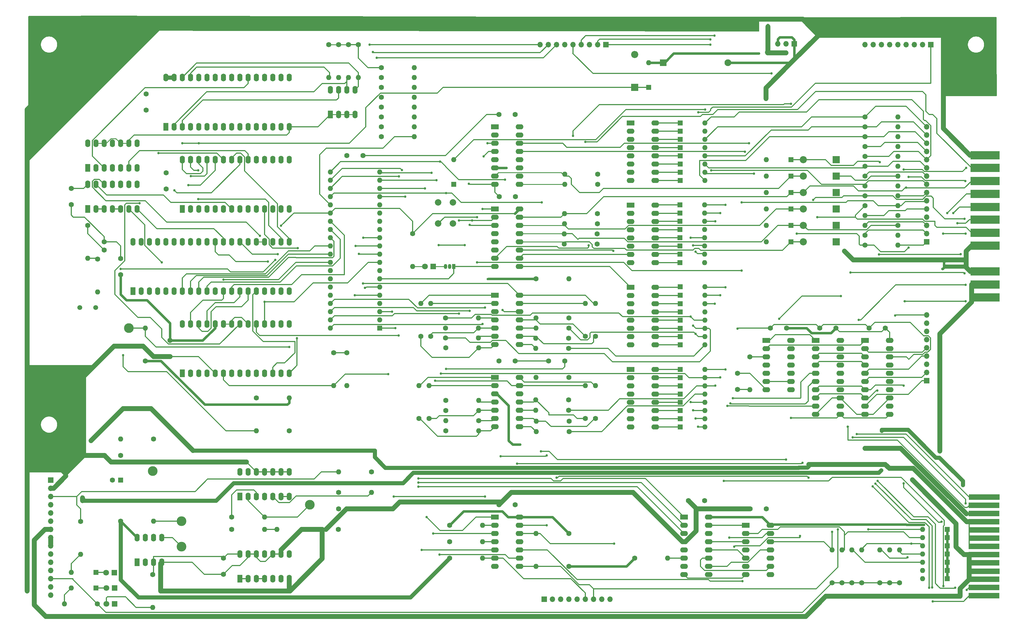
<source format=gbl>
G04 #@! TF.GenerationSoftware,KiCad,Pcbnew,6.0.4-6f826c9f35~116~ubuntu20.04.1*
G04 #@! TF.CreationDate,2022-04-15T20:21:11-04:00*
G04 #@! TF.ProjectId,gp-mpu,67702d6d-7075-42e6-9b69-6361645f7063,rev?*
G04 #@! TF.SameCoordinates,Original*
G04 #@! TF.FileFunction,Copper,L2,Bot*
G04 #@! TF.FilePolarity,Positive*
%FSLAX46Y46*%
G04 Gerber Fmt 4.6, Leading zero omitted, Abs format (unit mm)*
G04 Created by KiCad (PCBNEW 6.0.4-6f826c9f35~116~ubuntu20.04.1) date 2022-04-15 20:21:11*
%MOMM*%
%LPD*%
G01*
G04 APERTURE LIST*
G04 #@! TA.AperFunction,ComponentPad*
%ADD10R,1.600000X1.600000*%
G04 #@! TD*
G04 #@! TA.AperFunction,ComponentPad*
%ADD11O,1.600000X1.600000*%
G04 #@! TD*
G04 #@! TA.AperFunction,ComponentPad*
%ADD12C,1.600000*%
G04 #@! TD*
G04 #@! TA.AperFunction,ComponentPad*
%ADD13R,1.600000X2.400000*%
G04 #@! TD*
G04 #@! TA.AperFunction,ComponentPad*
%ADD14O,1.600000X2.400000*%
G04 #@! TD*
G04 #@! TA.AperFunction,ComponentPad*
%ADD15R,1.700000X1.700000*%
G04 #@! TD*
G04 #@! TA.AperFunction,ComponentPad*
%ADD16O,1.700000X1.700000*%
G04 #@! TD*
G04 #@! TA.AperFunction,ComponentPad*
%ADD17C,3.000000*%
G04 #@! TD*
G04 #@! TA.AperFunction,ComponentPad*
%ADD18R,2.200000X2.200000*%
G04 #@! TD*
G04 #@! TA.AperFunction,ComponentPad*
%ADD19O,2.200000X2.200000*%
G04 #@! TD*
G04 #@! TA.AperFunction,ComponentPad*
%ADD20R,1.800000X1.800000*%
G04 #@! TD*
G04 #@! TA.AperFunction,ComponentPad*
%ADD21C,1.800000*%
G04 #@! TD*
G04 #@! TA.AperFunction,ComponentPad*
%ADD22R,2.400000X1.600000*%
G04 #@! TD*
G04 #@! TA.AperFunction,ComponentPad*
%ADD23O,2.400000X1.600000*%
G04 #@! TD*
G04 #@! TA.AperFunction,ComponentPad*
%ADD24C,2.000000*%
G04 #@! TD*
G04 #@! TA.AperFunction,ComponentPad*
%ADD25R,1.050000X1.500000*%
G04 #@! TD*
G04 #@! TA.AperFunction,ComponentPad*
%ADD26O,1.050000X1.500000*%
G04 #@! TD*
G04 #@! TA.AperFunction,ComponentPad*
%ADD27R,2.100000X2.100000*%
G04 #@! TD*
G04 #@! TA.AperFunction,ComponentPad*
%ADD28C,2.100000*%
G04 #@! TD*
G04 #@! TA.AperFunction,ConnectorPad*
%ADD29R,9.525000X1.780000*%
G04 #@! TD*
G04 #@! TA.AperFunction,ConnectorPad*
%ADD30R,9.000000X2.500000*%
G04 #@! TD*
G04 #@! TA.AperFunction,ComponentPad*
%ADD31C,1.500000*%
G04 #@! TD*
G04 #@! TA.AperFunction,ViaPad*
%ADD32C,0.762000*%
G04 #@! TD*
G04 #@! TA.AperFunction,Conductor*
%ADD33C,0.304800*%
G04 #@! TD*
G04 #@! TA.AperFunction,Conductor*
%ADD34C,0.254000*%
G04 #@! TD*
G04 #@! TA.AperFunction,Conductor*
%ADD35C,1.524000*%
G04 #@! TD*
G04 #@! TA.AperFunction,Conductor*
%ADD36C,0.762000*%
G04 #@! TD*
G04 #@! TA.AperFunction,Conductor*
%ADD37C,1.270000*%
G04 #@! TD*
G04 #@! TA.AperFunction,Conductor*
%ADD38C,0.152400*%
G04 #@! TD*
G04 APERTURE END LIST*
D10*
X203200000Y-73710800D03*
D11*
X210820000Y-73710800D03*
D12*
X152345000Y-153665000D03*
X147345000Y-153665000D03*
D13*
X44445000Y-36835000D03*
D14*
X46985000Y-36835000D03*
X49525000Y-36835000D03*
X52065000Y-36835000D03*
X54605000Y-36835000D03*
X57145000Y-36835000D03*
X59685000Y-36835000D03*
X62225000Y-36835000D03*
X64765000Y-36835000D03*
X67305000Y-36835000D03*
X69845000Y-36835000D03*
X72385000Y-36835000D03*
X74925000Y-36835000D03*
X77465000Y-36835000D03*
X80005000Y-36835000D03*
X82545000Y-36835000D03*
X82545000Y-21595000D03*
X80005000Y-21595000D03*
X77465000Y-21595000D03*
X74925000Y-21595000D03*
X72385000Y-21595000D03*
X69845000Y-21595000D03*
X67305000Y-21595000D03*
X64765000Y-21595000D03*
X62225000Y-21595000D03*
X59685000Y-21595000D03*
X57145000Y-21595000D03*
X54605000Y-21595000D03*
X52065000Y-21595000D03*
X49525000Y-21595000D03*
X46985000Y-21595000D03*
X44445000Y-21595000D03*
D10*
X203327000Y-124587000D03*
D11*
X210947000Y-124587000D03*
D12*
X270510000Y-67310000D03*
D11*
X260350000Y-67310000D03*
D12*
X97745000Y-161290000D03*
X92745000Y-161290000D03*
D13*
X67300000Y-176545000D03*
D14*
X69840000Y-176545000D03*
X72380000Y-176545000D03*
X74920000Y-176545000D03*
X77460000Y-176545000D03*
X80000000Y-176545000D03*
X82540000Y-176545000D03*
X82540000Y-168925000D03*
X80000000Y-168925000D03*
X77460000Y-168925000D03*
X74920000Y-168925000D03*
X72380000Y-168925000D03*
X69840000Y-168925000D03*
X67300000Y-168925000D03*
D15*
X279400000Y-115316000D03*
D16*
X279400000Y-112776000D03*
X279400000Y-110236000D03*
X279400000Y-107696000D03*
X279400000Y-105156000D03*
X279400000Y-102616000D03*
X279400000Y-100076000D03*
X279400000Y-97536000D03*
X279400000Y-94996000D03*
D12*
X40635000Y-133350000D03*
D11*
X30475000Y-133350000D03*
D17*
X88895000Y-153670000D03*
D12*
X88895000Y-161290000D03*
D11*
X78735000Y-161290000D03*
D12*
X125715000Y-126995000D03*
D11*
X125715000Y-116835000D03*
D12*
X23368000Y-77724000D03*
D11*
X23368000Y-87884000D03*
D10*
X285750000Y-171450000D03*
D11*
X278130000Y-171450000D03*
D10*
X285750000Y-161290000D03*
D11*
X278130000Y-161290000D03*
D18*
X251460000Y-57150000D03*
D19*
X241300000Y-57150000D03*
D12*
X270510000Y-64262000D03*
D11*
X260350000Y-64262000D03*
D12*
X264922000Y-177800000D03*
D11*
X264922000Y-167640000D03*
D20*
X28656200Y-184353200D03*
D21*
X26116200Y-184353200D03*
D12*
X177698400Y-66852800D03*
D11*
X167538400Y-66852800D03*
D12*
X130860800Y-121412000D03*
D11*
X141020800Y-121412000D03*
D22*
X146035000Y-157475000D03*
D23*
X146035000Y-160015000D03*
X146035000Y-162555000D03*
X146035000Y-165095000D03*
X146035000Y-167635000D03*
X146035000Y-170175000D03*
X146035000Y-172715000D03*
X153655000Y-172715000D03*
X153655000Y-170175000D03*
X153655000Y-167635000D03*
X153655000Y-165095000D03*
X153655000Y-162555000D03*
X153655000Y-160015000D03*
X153655000Y-157475000D03*
D12*
X82545000Y-130810000D03*
D11*
X72385000Y-130810000D03*
D12*
X30475000Y-82550000D03*
X30475000Y-77550000D03*
D10*
X203327000Y-40767000D03*
D11*
X210947000Y-40767000D03*
D22*
X229855000Y-102865000D03*
D23*
X229855000Y-105405000D03*
X229855000Y-107945000D03*
X229855000Y-110485000D03*
X229855000Y-113025000D03*
X229855000Y-115565000D03*
X229855000Y-118105000D03*
X237475000Y-118105000D03*
X237475000Y-115565000D03*
X237475000Y-113025000D03*
X237475000Y-110485000D03*
X237475000Y-107945000D03*
X237475000Y-105405000D03*
X237475000Y-102865000D03*
D22*
X204455000Y-157495000D03*
D23*
X204455000Y-160035000D03*
X204455000Y-162575000D03*
X204455000Y-165115000D03*
X204455000Y-167655000D03*
X204455000Y-170195000D03*
X204455000Y-172735000D03*
X204455000Y-175275000D03*
X212075000Y-175275000D03*
X212075000Y-172735000D03*
X212075000Y-170195000D03*
X212075000Y-167655000D03*
X212075000Y-165115000D03*
X212075000Y-162575000D03*
X212075000Y-160035000D03*
X212075000Y-157495000D03*
D12*
X132080000Y-170180000D03*
D11*
X142240000Y-170180000D03*
D13*
X20310000Y-49545000D03*
D14*
X22850000Y-49545000D03*
X25390000Y-49545000D03*
X27930000Y-49545000D03*
X30470000Y-49545000D03*
X33010000Y-49545000D03*
X35550000Y-49545000D03*
X35550000Y-41925000D03*
X33010000Y-41925000D03*
X30470000Y-41925000D03*
X27930000Y-41925000D03*
X25390000Y-41925000D03*
X22850000Y-41925000D03*
X20310000Y-41925000D03*
D12*
X20315000Y-67310000D03*
D11*
X20315000Y-77470000D03*
D12*
X64765000Y-161290000D03*
D11*
X74925000Y-161290000D03*
D12*
X44577000Y-51094000D03*
X44577000Y-56094000D03*
X110998000Y-33782000D03*
D11*
X121158000Y-33782000D03*
D24*
X128560000Y-66750000D03*
X128560000Y-60250000D03*
X133060000Y-66750000D03*
X133060000Y-60250000D03*
D12*
X120650000Y-69850000D03*
D11*
X120650000Y-80010000D03*
D10*
X203327000Y-96647000D03*
D11*
X210947000Y-96647000D03*
D12*
X130860800Y-130860800D03*
D11*
X141020800Y-130860800D03*
D20*
X28605400Y-179425600D03*
D21*
X26065400Y-179425600D03*
D10*
X285750000Y-176530000D03*
D11*
X278130000Y-176530000D03*
D10*
X203200000Y-78841600D03*
D11*
X210820000Y-78841600D03*
D10*
X203200000Y-63500000D03*
D11*
X210820000Y-63500000D03*
D12*
X210805000Y-152415000D03*
X205805000Y-152415000D03*
D25*
X133350000Y-80010000D03*
D26*
X132080000Y-80010000D03*
X130810000Y-80010000D03*
D10*
X203200000Y-71120000D03*
D11*
X210820000Y-71120000D03*
D10*
X203327000Y-116967000D03*
D11*
X210947000Y-116967000D03*
D12*
X107950000Y-143510000D03*
D11*
X97790000Y-143510000D03*
D12*
X110998000Y-27686000D03*
D11*
X121158000Y-27686000D03*
D10*
X203327000Y-94107000D03*
D11*
X210947000Y-94107000D03*
D10*
X203200000Y-68580000D03*
D11*
X210820000Y-68580000D03*
D17*
X33015000Y-99060000D03*
D15*
X280660000Y-11430000D03*
D16*
X278120000Y-11430000D03*
X275580000Y-11430000D03*
X273040000Y-11430000D03*
X270500000Y-11430000D03*
X267960000Y-11430000D03*
X265420000Y-11430000D03*
X262880000Y-11430000D03*
X260340000Y-11430000D03*
D13*
X49535000Y-62210000D03*
D14*
X52075000Y-62210000D03*
X54615000Y-62210000D03*
X57155000Y-62210000D03*
X59695000Y-62210000D03*
X62235000Y-62210000D03*
X64775000Y-62210000D03*
X67315000Y-62210000D03*
X69855000Y-62210000D03*
X72395000Y-62210000D03*
X74935000Y-62210000D03*
X77475000Y-62210000D03*
X80015000Y-62210000D03*
X82555000Y-62210000D03*
X82555000Y-46970000D03*
X80015000Y-46970000D03*
X77475000Y-46970000D03*
X74935000Y-46970000D03*
X72395000Y-46970000D03*
X69855000Y-46970000D03*
X67315000Y-46970000D03*
X64775000Y-46970000D03*
X62235000Y-46970000D03*
X59695000Y-46970000D03*
X57155000Y-46970000D03*
X54615000Y-46970000D03*
X52075000Y-46970000D03*
X49535000Y-46970000D03*
D10*
X203200000Y-60960000D03*
D11*
X210820000Y-60960000D03*
D10*
X285750000Y-173990000D03*
D11*
X278130000Y-173990000D03*
D12*
X260350000Y-42926000D03*
D11*
X270510000Y-42926000D03*
D12*
X132080000Y-160020000D03*
D11*
X142240000Y-160020000D03*
D27*
X198038914Y-17018000D03*
D28*
X218038914Y-17018000D03*
D12*
X100838000Y-11430000D03*
D11*
X100838000Y-21590000D03*
D12*
X177698400Y-63703200D03*
D11*
X167538400Y-63703200D03*
D12*
X260350000Y-55118000D03*
D11*
X270510000Y-55118000D03*
D20*
X127000000Y-80010000D03*
D21*
X124460000Y-80010000D03*
D10*
X110490000Y-99055000D03*
D11*
X110490000Y-96515000D03*
X110490000Y-93975000D03*
X110490000Y-91435000D03*
X110490000Y-88895000D03*
X110490000Y-86355000D03*
X110490000Y-83815000D03*
X110490000Y-81275000D03*
X110490000Y-78735000D03*
X110490000Y-76195000D03*
X110490000Y-73655000D03*
X110490000Y-71115000D03*
X110490000Y-68575000D03*
X110490000Y-66035000D03*
X110490000Y-63495000D03*
X110490000Y-60955000D03*
X110490000Y-58415000D03*
X110490000Y-55875000D03*
X110490000Y-53335000D03*
X110490000Y-50795000D03*
X95250000Y-50795000D03*
X95250000Y-53335000D03*
X95250000Y-55875000D03*
X95250000Y-58415000D03*
X95250000Y-60955000D03*
X95250000Y-63495000D03*
X95250000Y-66035000D03*
X95250000Y-68575000D03*
X95250000Y-71115000D03*
X95250000Y-73655000D03*
X95250000Y-76195000D03*
X95250000Y-78735000D03*
X95250000Y-81275000D03*
X95250000Y-83815000D03*
X95250000Y-86355000D03*
X95250000Y-88895000D03*
X95250000Y-91435000D03*
X95250000Y-93975000D03*
X95250000Y-96515000D03*
X95250000Y-99055000D03*
D18*
X251460000Y-46990000D03*
D19*
X241300000Y-46990000D03*
D13*
X67300000Y-151145000D03*
D14*
X69840000Y-151145000D03*
X72380000Y-151145000D03*
X74920000Y-151145000D03*
X77460000Y-151145000D03*
X80000000Y-151145000D03*
X82540000Y-151145000D03*
X82540000Y-143525000D03*
X80000000Y-143525000D03*
X77460000Y-143525000D03*
X74920000Y-143525000D03*
X72380000Y-143525000D03*
X69840000Y-143525000D03*
X67300000Y-143525000D03*
D10*
X133350000Y-54610000D03*
D11*
X133350000Y-46990000D03*
D12*
X220980000Y-118070000D03*
X220980000Y-113070000D03*
X130860800Y-124561600D03*
D11*
X141020800Y-124561600D03*
D20*
X28554600Y-174650400D03*
D21*
X26014600Y-174650400D03*
D12*
X168910000Y-99060000D03*
D11*
X158750000Y-99060000D03*
D12*
X130860800Y-105206800D03*
D11*
X141020800Y-105206800D03*
D12*
X260350000Y-52070000D03*
D11*
X270510000Y-52070000D03*
D12*
X168960800Y-131064000D03*
D11*
X158800800Y-131064000D03*
D12*
X110998000Y-24638000D03*
D11*
X121158000Y-24638000D03*
D10*
X203327000Y-43307000D03*
D11*
X210947000Y-43307000D03*
D12*
X168808400Y-102209600D03*
D11*
X158648400Y-102209600D03*
D10*
X203327000Y-88900000D03*
D11*
X210947000Y-88900000D03*
D22*
X260335000Y-102875000D03*
D23*
X260335000Y-105415000D03*
X260335000Y-107955000D03*
X260335000Y-110495000D03*
X260335000Y-113035000D03*
X260335000Y-115575000D03*
X260335000Y-118115000D03*
X260335000Y-120655000D03*
X260335000Y-123195000D03*
X260335000Y-125735000D03*
X267955000Y-125735000D03*
X267955000Y-123195000D03*
X267955000Y-120655000D03*
X267955000Y-118115000D03*
X267955000Y-115575000D03*
X267955000Y-113035000D03*
X267955000Y-110495000D03*
X267955000Y-107955000D03*
X267955000Y-105415000D03*
X267955000Y-102875000D03*
D12*
X97790000Y-149860000D03*
D11*
X107950000Y-149860000D03*
D12*
X18084800Y-158851600D03*
D11*
X18084800Y-169011600D03*
D13*
X20310000Y-62245000D03*
D14*
X22850000Y-62245000D03*
X25390000Y-62245000D03*
X27930000Y-62245000D03*
X30470000Y-62245000D03*
X33010000Y-62245000D03*
X35550000Y-62245000D03*
X35550000Y-54625000D03*
X33010000Y-54625000D03*
X30470000Y-54625000D03*
X27930000Y-54625000D03*
X25390000Y-54625000D03*
X22850000Y-54625000D03*
X20310000Y-54625000D03*
D12*
X168910000Y-172720000D03*
D11*
X158750000Y-172720000D03*
D10*
X203327000Y-35687000D03*
D11*
X210947000Y-35687000D03*
D18*
X251460000Y-52070000D03*
D19*
X241300000Y-52070000D03*
D12*
X130810000Y-102108000D03*
D11*
X140970000Y-102108000D03*
D12*
X110998000Y-36830000D03*
D11*
X121158000Y-36830000D03*
D12*
X15235000Y-55880000D03*
X15235000Y-60880000D03*
D18*
X189230000Y-24638000D03*
D19*
X189230000Y-14478000D03*
D12*
X256286000Y-177800000D03*
D11*
X256286000Y-167640000D03*
D12*
X259334000Y-177800000D03*
D11*
X259334000Y-167640000D03*
D12*
X267970000Y-177800000D03*
D11*
X267970000Y-167640000D03*
D12*
X168910000Y-162560000D03*
D11*
X158750000Y-162560000D03*
D12*
X177800000Y-54610000D03*
D11*
X167640000Y-54610000D03*
D10*
X203327000Y-129667000D03*
D11*
X210947000Y-129667000D03*
D12*
X152360000Y-33020000D03*
X147360000Y-33020000D03*
X38354000Y-26710000D03*
X38354000Y-31710000D03*
X100325000Y-106680000D03*
D11*
X100325000Y-116840000D03*
D12*
X168859200Y-105359200D03*
D11*
X158699200Y-105359200D03*
D12*
X122580400Y-127050800D03*
D11*
X122580400Y-116890800D03*
D10*
X203327000Y-127127000D03*
D11*
X210947000Y-127127000D03*
D15*
X161285000Y-182880000D03*
D16*
X163825000Y-182880000D03*
X166365000Y-182880000D03*
X168905000Y-182880000D03*
X171445000Y-182880000D03*
X173985000Y-182880000D03*
X176525000Y-182880000D03*
X179065000Y-182880000D03*
X181605000Y-182880000D03*
D12*
X260350000Y-70358000D03*
D11*
X270510000Y-70358000D03*
D12*
X96275000Y-106680000D03*
D11*
X96275000Y-116840000D03*
D12*
X168910000Y-95961200D03*
D11*
X158750000Y-95961200D03*
D12*
X30475000Y-138430000D03*
X25475000Y-138430000D03*
D22*
X245095000Y-102875000D03*
D23*
X245095000Y-105415000D03*
X245095000Y-107955000D03*
X245095000Y-110495000D03*
X245095000Y-113035000D03*
X245095000Y-115575000D03*
X245095000Y-118115000D03*
X245095000Y-120655000D03*
X245095000Y-123195000D03*
X245095000Y-125735000D03*
X252715000Y-125735000D03*
X252715000Y-123195000D03*
X252715000Y-120655000D03*
X252715000Y-118115000D03*
X252715000Y-115575000D03*
X252715000Y-113035000D03*
X252715000Y-110495000D03*
X252715000Y-107955000D03*
X252715000Y-105415000D03*
X252715000Y-102875000D03*
D10*
X203200000Y-66040000D03*
D11*
X210820000Y-66040000D03*
D12*
X110998000Y-18542000D03*
D11*
X121158000Y-18542000D03*
D22*
X146035000Y-36845000D03*
D23*
X146035000Y-39385000D03*
X146035000Y-41925000D03*
X146035000Y-44465000D03*
X146035000Y-47005000D03*
X146035000Y-49545000D03*
X146035000Y-52085000D03*
X146035000Y-54625000D03*
X153655000Y-54625000D03*
X153655000Y-52085000D03*
X153655000Y-49545000D03*
X153655000Y-47005000D03*
X153655000Y-44465000D03*
X153655000Y-41925000D03*
X153655000Y-39385000D03*
X153655000Y-36845000D03*
D12*
X100370000Y-45720000D03*
X105370000Y-45720000D03*
D10*
X193548000Y-24638000D03*
D11*
X193548000Y-17018000D03*
D22*
X146035000Y-114295000D03*
D23*
X146035000Y-116835000D03*
X146035000Y-119375000D03*
X146035000Y-121915000D03*
X146035000Y-124455000D03*
X146035000Y-126995000D03*
X146035000Y-129535000D03*
X153655000Y-129535000D03*
X153655000Y-126995000D03*
X153655000Y-124455000D03*
X153655000Y-121915000D03*
X153655000Y-119375000D03*
X153655000Y-116835000D03*
X153655000Y-114295000D03*
D12*
X40386000Y-175260000D03*
D11*
X40386000Y-185420000D03*
D13*
X34290000Y-87635000D03*
D14*
X36830000Y-87635000D03*
X39370000Y-87635000D03*
X41910000Y-87635000D03*
X44450000Y-87635000D03*
X46990000Y-87635000D03*
X49530000Y-87635000D03*
X52070000Y-87635000D03*
X54610000Y-87635000D03*
X57150000Y-87635000D03*
X59690000Y-87635000D03*
X62230000Y-87635000D03*
X64770000Y-87635000D03*
X67310000Y-87635000D03*
X69850000Y-87635000D03*
X72390000Y-87635000D03*
X74930000Y-87635000D03*
X77470000Y-87635000D03*
X80010000Y-87635000D03*
X82550000Y-87635000D03*
X82550000Y-72395000D03*
X80010000Y-72395000D03*
X77470000Y-72395000D03*
X74930000Y-72395000D03*
X72390000Y-72395000D03*
X69850000Y-72395000D03*
X67310000Y-72395000D03*
X64770000Y-72395000D03*
X62230000Y-72395000D03*
X59690000Y-72395000D03*
X57150000Y-72395000D03*
X54610000Y-72395000D03*
X52070000Y-72395000D03*
X49530000Y-72395000D03*
X46990000Y-72395000D03*
X44450000Y-72395000D03*
X41910000Y-72395000D03*
X39370000Y-72395000D03*
X36830000Y-72395000D03*
X34290000Y-72395000D03*
D12*
X25395000Y-74930000D03*
X25395000Y-72430000D03*
D10*
X203327000Y-38227000D03*
D11*
X210947000Y-38227000D03*
D10*
X237490000Y-72390000D03*
D11*
X229870000Y-72390000D03*
D12*
X260350000Y-33782000D03*
D11*
X270510000Y-33782000D03*
D10*
X203327000Y-122047000D03*
D11*
X210947000Y-122047000D03*
D10*
X203327000Y-111887000D03*
D11*
X210947000Y-111887000D03*
D10*
X203327000Y-91567000D03*
D11*
X210947000Y-91567000D03*
D12*
X168960800Y-127863600D03*
D11*
X158800800Y-127863600D03*
D12*
X64765000Y-157480000D03*
D11*
X74925000Y-157480000D03*
D12*
X177647600Y-69951600D03*
D11*
X167487600Y-69951600D03*
D12*
X130810000Y-95961200D03*
D11*
X140970000Y-95961200D03*
D12*
X177800000Y-51460400D03*
D11*
X167640000Y-51460400D03*
D29*
X297130200Y-181827200D03*
X297130200Y-179287200D03*
X297130200Y-176747200D03*
X297168300Y-174258000D03*
X297130200Y-171667200D03*
X297130200Y-169127200D03*
X297130200Y-166587200D03*
X297130200Y-164047200D03*
X297130200Y-161507200D03*
X297130200Y-158967200D03*
X297130200Y-156427200D03*
X297130200Y-153887200D03*
X297142900Y-151321800D03*
D12*
X141020800Y-127711200D03*
D11*
X130860800Y-127711200D03*
D22*
X187960000Y-111887000D03*
D23*
X187960000Y-114427000D03*
X187960000Y-116967000D03*
X187960000Y-119507000D03*
X187960000Y-122047000D03*
X187960000Y-124587000D03*
X187960000Y-127127000D03*
X187960000Y-129667000D03*
X195580000Y-129667000D03*
X195580000Y-127127000D03*
X195580000Y-124587000D03*
X195580000Y-122047000D03*
X195580000Y-119507000D03*
X195580000Y-116967000D03*
X195580000Y-114427000D03*
X195580000Y-111887000D03*
D12*
X250190000Y-177800000D03*
D11*
X250190000Y-167640000D03*
D12*
X260350000Y-49022000D03*
D11*
X270510000Y-49022000D03*
D10*
X203327000Y-50927000D03*
D11*
X210947000Y-50927000D03*
D12*
X168859200Y-124460000D03*
D11*
X158699200Y-124460000D03*
D10*
X22860000Y-179425600D03*
D11*
X15240000Y-179425600D03*
D22*
X146035000Y-88895000D03*
D23*
X146035000Y-91435000D03*
X146035000Y-93975000D03*
X146035000Y-96515000D03*
X146035000Y-99055000D03*
X146035000Y-101595000D03*
X146035000Y-104135000D03*
X153655000Y-104135000D03*
X153655000Y-101595000D03*
X153655000Y-99055000D03*
X153655000Y-96515000D03*
X153655000Y-93975000D03*
X153655000Y-91435000D03*
X153655000Y-88895000D03*
D12*
X110998000Y-39878000D03*
D11*
X121158000Y-39878000D03*
D12*
X173975000Y-126995000D03*
D11*
X173975000Y-116835000D03*
D12*
X110998000Y-21590000D03*
D11*
X121158000Y-21590000D03*
D10*
X22860000Y-174599600D03*
D11*
X15240000Y-174599600D03*
D12*
X251405000Y-99060000D03*
X246405000Y-99060000D03*
D10*
X203327000Y-48387000D03*
D11*
X210947000Y-48387000D03*
D10*
X203327000Y-53467000D03*
D11*
X210947000Y-53467000D03*
D12*
X177088800Y-127050800D03*
D11*
X177088800Y-116890800D03*
D10*
X237490000Y-57150000D03*
D11*
X229870000Y-57150000D03*
D30*
X297475000Y-89564000D03*
X297475000Y-85614000D03*
X297475000Y-81564000D03*
X297475000Y-73564000D03*
X297475000Y-69614000D03*
X297475000Y-65564000D03*
X297475000Y-61614000D03*
X297475000Y-57564000D03*
X297475000Y-53614000D03*
X297475000Y-49564000D03*
X297475000Y-45614000D03*
D10*
X203200000Y-76250800D03*
D11*
X210820000Y-76250800D03*
D12*
X132080000Y-165100000D03*
D11*
X142240000Y-165100000D03*
D31*
X17865000Y-92680000D03*
X22765000Y-92680000D03*
D18*
X251460000Y-72390000D03*
D19*
X241300000Y-72390000D03*
D12*
X173975000Y-101600000D03*
D11*
X173975000Y-91440000D03*
D12*
X30485000Y-158765000D03*
D11*
X40645000Y-158765000D03*
D12*
X260350000Y-39878000D03*
D11*
X270510000Y-39878000D03*
D10*
X203327000Y-119507000D03*
D11*
X210947000Y-119507000D03*
D12*
X126238000Y-101600000D03*
D11*
X126238000Y-91440000D03*
D10*
X237490000Y-52070000D03*
D11*
X229870000Y-52070000D03*
D12*
X158735000Y-83820000D03*
D11*
X168895000Y-83820000D03*
D12*
X260350000Y-36830000D03*
D11*
X270510000Y-36830000D03*
D10*
X285750000Y-168910000D03*
D11*
X278130000Y-168910000D03*
D10*
X237490000Y-67310000D03*
D11*
X229870000Y-67310000D03*
D12*
X123175000Y-101600000D03*
D11*
X123175000Y-91440000D03*
D22*
X187960000Y-61087000D03*
D23*
X187960000Y-63627000D03*
X187960000Y-66167000D03*
X187960000Y-68707000D03*
X187960000Y-71247000D03*
X187960000Y-73787000D03*
X187960000Y-76327000D03*
X187960000Y-78867000D03*
X195580000Y-78867000D03*
X195580000Y-76327000D03*
X195580000Y-73787000D03*
X195580000Y-71247000D03*
X195580000Y-68707000D03*
X195580000Y-66167000D03*
X195580000Y-63627000D03*
X195580000Y-61087000D03*
D12*
X97795000Y-11430000D03*
D11*
X97795000Y-21590000D03*
D13*
X35565000Y-171465000D03*
D14*
X38105000Y-171465000D03*
X40645000Y-171465000D03*
X43185000Y-171465000D03*
X43185000Y-163845000D03*
X40645000Y-163845000D03*
X38105000Y-163845000D03*
X35565000Y-163845000D03*
D22*
X187960000Y-86487000D03*
D23*
X187960000Y-89027000D03*
X187960000Y-91567000D03*
X187960000Y-94107000D03*
X187960000Y-96647000D03*
X187960000Y-99187000D03*
X187960000Y-101727000D03*
X187960000Y-104267000D03*
X195580000Y-104267000D03*
X195580000Y-101727000D03*
X195580000Y-99187000D03*
X195580000Y-96647000D03*
X195580000Y-94107000D03*
X195580000Y-91567000D03*
X195580000Y-89027000D03*
X195580000Y-86487000D03*
D12*
X260350000Y-73406000D03*
D11*
X270510000Y-73406000D03*
D12*
X94742000Y-11430000D03*
D11*
X94742000Y-21590000D03*
D12*
X38095000Y-109220000D03*
D11*
X38095000Y-99060000D03*
D17*
X49276000Y-158750000D03*
D13*
X95255000Y-33035000D03*
D14*
X97795000Y-33035000D03*
X100335000Y-33035000D03*
X102875000Y-33035000D03*
X102875000Y-25415000D03*
X100335000Y-25415000D03*
X97795000Y-25415000D03*
X95255000Y-25415000D03*
D12*
X62225000Y-170180000D03*
X62225000Y-175180000D03*
D10*
X203327000Y-104267000D03*
D11*
X210947000Y-104267000D03*
D15*
X8885000Y-146055000D03*
D16*
X8885000Y-148595000D03*
X8885000Y-151135000D03*
X8885000Y-153675000D03*
X8885000Y-156215000D03*
X8885000Y-158755000D03*
X8885000Y-161295000D03*
X8885000Y-163835000D03*
X8885000Y-166375000D03*
X8885000Y-168915000D03*
X8885000Y-171455000D03*
X8885000Y-173995000D03*
X8885000Y-176535000D03*
X8885000Y-179075000D03*
X8885000Y-181615000D03*
D10*
X203327000Y-114427000D03*
D11*
X210947000Y-114427000D03*
D12*
X177647600Y-73101200D03*
D11*
X167487600Y-73101200D03*
D12*
X103886000Y-11430000D03*
D11*
X103886000Y-21590000D03*
D12*
X167625000Y-109215000D03*
X162625000Y-109215000D03*
D22*
X187960000Y-35687000D03*
D23*
X187960000Y-38227000D03*
X187960000Y-40767000D03*
X187960000Y-43307000D03*
X187960000Y-45847000D03*
X187960000Y-48387000D03*
X187960000Y-50927000D03*
X187960000Y-53467000D03*
X195580000Y-53467000D03*
X195580000Y-50927000D03*
X195580000Y-48387000D03*
X195580000Y-45847000D03*
X195580000Y-43307000D03*
X195580000Y-40767000D03*
X195580000Y-38227000D03*
X195580000Y-35687000D03*
D10*
X30475000Y-146050000D03*
D12*
X27975000Y-146050000D03*
X177139600Y-101600000D03*
D11*
X177139600Y-91440000D03*
D12*
X72385000Y-120650000D03*
D11*
X82545000Y-120650000D03*
D22*
X146035000Y-62245000D03*
D23*
X146035000Y-64785000D03*
X146035000Y-67325000D03*
X146035000Y-69865000D03*
X146035000Y-72405000D03*
X146035000Y-74945000D03*
X146035000Y-77485000D03*
X146035000Y-80025000D03*
X153655000Y-80025000D03*
X153655000Y-77485000D03*
X153655000Y-74945000D03*
X153655000Y-72405000D03*
X153655000Y-69865000D03*
X153655000Y-67325000D03*
X153655000Y-64785000D03*
X153655000Y-62245000D03*
D12*
X260350000Y-45974000D03*
D11*
X270510000Y-45974000D03*
D10*
X237490000Y-46990000D03*
D11*
X229870000Y-46990000D03*
D12*
X97790000Y-154940000D03*
D11*
X107950000Y-154940000D03*
D15*
X279400000Y-72385000D03*
D16*
X279400000Y-69845000D03*
X279400000Y-67305000D03*
X279400000Y-64765000D03*
X279400000Y-62225000D03*
X279400000Y-59685000D03*
X279400000Y-57145000D03*
X279400000Y-54605000D03*
X279400000Y-52065000D03*
X279400000Y-49525000D03*
X279400000Y-46985000D03*
X279400000Y-44445000D03*
X279400000Y-41905000D03*
X279400000Y-39365000D03*
X279400000Y-36825000D03*
D15*
X238506000Y-11176000D03*
D16*
X235966000Y-11176000D03*
X233426000Y-11176000D03*
D12*
X168895000Y-114295000D03*
D11*
X158735000Y-114295000D03*
D13*
X49510000Y-113035000D03*
D14*
X52050000Y-113035000D03*
X54590000Y-113035000D03*
X57130000Y-113035000D03*
X59670000Y-113035000D03*
X62210000Y-113035000D03*
X64750000Y-113035000D03*
X67290000Y-113035000D03*
X69830000Y-113035000D03*
X72370000Y-113035000D03*
X74910000Y-113035000D03*
X77450000Y-113035000D03*
X79990000Y-113035000D03*
X82530000Y-113035000D03*
X82530000Y-97795000D03*
X79990000Y-97795000D03*
X77450000Y-97795000D03*
X74910000Y-97795000D03*
X72370000Y-97795000D03*
X69830000Y-97795000D03*
X67290000Y-97795000D03*
X64750000Y-97795000D03*
X62210000Y-97795000D03*
X59670000Y-97795000D03*
X57130000Y-97795000D03*
X54590000Y-97795000D03*
X52050000Y-97795000D03*
X49510000Y-97795000D03*
D12*
X266645000Y-99065000D03*
X261645000Y-99065000D03*
X23266400Y-184302400D03*
D11*
X13106400Y-184302400D03*
D12*
X110998000Y-30734000D03*
D11*
X121158000Y-30734000D03*
D17*
X40386000Y-143256000D03*
D10*
X285750000Y-166370000D03*
D11*
X278130000Y-166370000D03*
D18*
X251460000Y-67310000D03*
D19*
X241300000Y-67310000D03*
D12*
X229870000Y-154940000D03*
X224870000Y-154940000D03*
X147345000Y-109220000D03*
X152345000Y-109220000D03*
D10*
X203327000Y-99187000D03*
D11*
X210947000Y-99187000D03*
D10*
X203327000Y-101727000D03*
D11*
X210947000Y-101727000D03*
D18*
X251460000Y-62230000D03*
D19*
X241300000Y-62230000D03*
D12*
X271018000Y-177800000D03*
D11*
X271018000Y-167640000D03*
D12*
X168859200Y-121259600D03*
D11*
X158699200Y-121259600D03*
D12*
X253238000Y-177800000D03*
D11*
X253238000Y-167640000D03*
D10*
X203327000Y-45847000D03*
D11*
X210947000Y-45847000D03*
D12*
X130795000Y-99060000D03*
D11*
X140955000Y-99060000D03*
D10*
X237490000Y-62230000D03*
D11*
X229870000Y-62230000D03*
D12*
X224790000Y-107950000D03*
D11*
X224790000Y-118110000D03*
D10*
X285750000Y-163830000D03*
D11*
X278130000Y-163830000D03*
D12*
X236165000Y-99055000D03*
X231165000Y-99055000D03*
D22*
X223520000Y-160020000D03*
D23*
X223520000Y-162560000D03*
X223520000Y-165100000D03*
X223520000Y-167640000D03*
X223520000Y-170180000D03*
X223520000Y-172720000D03*
X223520000Y-175260000D03*
X231140000Y-175260000D03*
X231140000Y-172720000D03*
X231140000Y-170180000D03*
X231140000Y-167640000D03*
X231140000Y-165100000D03*
X231140000Y-162560000D03*
X231140000Y-160020000D03*
D12*
X152400000Y-58420000D03*
X147400000Y-58420000D03*
D15*
X180325000Y-11430000D03*
D16*
X177785000Y-11430000D03*
X175245000Y-11430000D03*
X172705000Y-11430000D03*
X170165000Y-11430000D03*
X167625000Y-11430000D03*
X165085000Y-11430000D03*
X162545000Y-11430000D03*
X160005000Y-11430000D03*
D12*
X260350000Y-61214000D03*
D11*
X270510000Y-61214000D03*
D12*
X260350000Y-58166000D03*
D11*
X270510000Y-58166000D03*
D10*
X203327000Y-86309200D03*
D11*
X210947000Y-86309200D03*
D17*
X49276000Y-166624000D03*
D12*
X189230000Y-170195000D03*
D11*
X199390000Y-170195000D03*
D12*
X45715000Y-102910000D03*
X45715000Y-107910000D03*
D32*
X220980000Y-99212400D03*
X229870000Y-25654000D03*
X138049000Y-54483000D03*
X42819400Y-180345000D03*
X229870000Y-27940000D03*
X148463000Y-93472000D03*
X229768400Y-24790400D03*
X260335000Y-136209800D03*
X1630600Y-180345000D03*
X229870000Y-27178000D03*
X229870000Y-26416000D03*
X278536400Y-159841720D03*
X80010000Y-67437000D03*
X143891000Y-83947000D03*
X149621000Y-49545000D03*
X153873200Y-135077200D03*
X131013200Y-111709200D03*
X237490000Y-29718000D03*
X264922000Y-47778489D03*
X170180000Y-39624000D03*
X216763600Y-146354800D03*
X252882400Y-89204800D03*
X284581600Y-178816000D03*
X245618000Y-64770000D03*
X233883200Y-96164400D03*
X273050000Y-55626000D03*
X281076400Y-179222400D03*
X263601200Y-147167600D03*
X273812000Y-74168000D03*
X239268000Y-69850000D03*
X291358000Y-53614000D03*
X291782200Y-180035200D03*
X264261600Y-146304000D03*
X273812000Y-52324000D03*
X288188400Y-179324000D03*
X114808000Y-151130000D03*
X272288000Y-50038000D03*
X291626000Y-49564000D03*
X262737600Y-147980400D03*
X281228800Y-183540400D03*
X280162000Y-179374800D03*
X143002000Y-151130000D03*
X291084000Y-65278000D03*
X244348000Y-59436000D03*
X288925000Y-66675000D03*
X291465000Y-69850000D03*
X222504000Y-177292000D03*
X284480000Y-69850000D03*
X273456400Y-169926000D03*
X287655000Y-63500000D03*
X274650200Y-165735000D03*
X285750000Y-63500000D03*
X261328267Y-161290000D03*
X269697200Y-95148400D03*
X250190000Y-162052000D03*
X211023200Y-31546800D03*
X217297000Y-111887000D03*
X128727680Y-73456320D03*
X136728680Y-73456320D03*
X217297000Y-86487000D03*
X217297000Y-60960000D03*
X214122000Y-66040000D03*
X213995000Y-91567000D03*
X214122000Y-116840000D03*
X206502000Y-95504000D03*
X206502000Y-121920000D03*
X206502000Y-71120000D03*
X208026000Y-127000000D03*
X226060000Y-51308000D03*
X208026000Y-100838000D03*
X208026000Y-75438000D03*
X208915000Y-32385000D03*
X215646000Y-63500000D03*
X215646000Y-88900000D03*
X215646000Y-114300000D03*
X129336800Y-113131600D03*
X212852000Y-50292000D03*
X207264000Y-73500000D03*
X207264000Y-124460000D03*
X207264000Y-98298000D03*
X208788000Y-129540000D03*
X290576000Y-147828000D03*
X19304000Y-152781000D03*
X290068000Y-145796000D03*
X265493011Y-130848589D03*
X18542000Y-151130000D03*
X19304000Y-152019000D03*
X18542000Y-151892000D03*
X18542000Y-152654000D03*
X290576000Y-147066000D03*
X265328178Y-143052889D03*
X290576000Y-146354800D03*
X230378000Y-6858000D03*
X284226000Y-80822800D03*
X230378000Y-5334000D03*
X230886000Y-13970000D03*
X276606000Y-147574000D03*
X231648000Y-13970000D03*
X284734000Y-80264000D03*
X254000000Y-75285600D03*
X275590000Y-146558000D03*
X230378000Y-6096000D03*
X274980400Y-146100800D03*
X284683200Y-78028800D03*
X284734000Y-78740000D03*
X233172000Y-13970000D03*
X233934000Y-13970000D03*
X232410000Y-13970000D03*
X230174800Y-13817600D03*
X284734000Y-79502000D03*
X276098000Y-147066000D03*
X278892000Y-146304000D03*
X278384000Y-145796000D03*
X283464000Y-135382000D03*
X283464000Y-133858000D03*
X277876000Y-145288000D03*
X283464000Y-134620000D03*
X283464000Y-136144000D03*
X21336000Y-133858000D03*
X283464000Y-133096000D03*
X283464000Y-137058400D03*
X277622000Y-144526000D03*
X291084000Y-82169000D03*
X152908000Y-140970000D03*
X255905000Y-81915000D03*
X255016000Y-129540000D03*
X241046000Y-140716000D03*
X240284000Y-163322000D03*
X258445000Y-96520000D03*
X256540000Y-132842000D03*
X219964000Y-166624000D03*
X291465000Y-85725000D03*
X291465000Y-153289000D03*
X242874800Y-145288000D03*
X165100000Y-145288000D03*
X291465000Y-90805000D03*
X283972000Y-158967200D03*
X272669000Y-90805000D03*
X272288000Y-147066000D03*
X272288000Y-116840000D03*
X264668000Y-76301600D03*
X289915600Y-76200000D03*
X257810000Y-131826000D03*
X251968000Y-161290000D03*
X264160000Y-118364000D03*
X140573000Y-78724000D03*
X222250000Y-60198000D03*
X222250000Y-81280000D03*
X140573000Y-64754000D03*
X212598000Y-11430000D03*
X217881200Y-123139200D03*
X218821000Y-122351800D03*
X212598000Y-9804400D03*
X219532200Y-120726200D03*
X213868000Y-8636000D03*
X231444800Y-20320000D03*
X105410000Y-71120000D03*
X109524800Y-15494000D03*
X104038400Y-76149200D03*
X108407200Y-13766800D03*
X103022400Y-73660000D03*
X107391200Y-11430000D03*
X182880000Y-165735000D03*
X173990000Y-41529000D03*
X118364000Y-58420000D03*
X43180000Y-78740000D03*
X82530000Y-104882000D03*
X31242000Y-107442000D03*
X124460000Y-55880000D03*
X128016000Y-53340000D03*
X127635000Y-115316000D03*
X126492000Y-51054000D03*
X129159000Y-47625000D03*
X149225000Y-53213000D03*
X117335789Y-50177211D03*
X116459000Y-52197000D03*
X160528000Y-60198000D03*
X130970689Y-57310689D03*
X105316689Y-85250689D03*
X113157000Y-113284000D03*
X102768400Y-88900000D03*
X54483000Y-50292000D03*
X54483000Y-59182000D03*
X182626000Y-75184000D03*
X175006000Y-73533000D03*
X73494320Y-70523680D03*
X75946000Y-78486000D03*
X74930000Y-90932000D03*
X116332000Y-101346000D03*
X36322000Y-60452000D03*
X85191600Y-74320400D03*
X62230000Y-84074000D03*
X78994000Y-76200000D03*
X84950800Y-102235000D03*
X42164000Y-44958000D03*
X52197000Y-52070000D03*
X78232000Y-77978000D03*
X30480000Y-80772000D03*
X51422800Y-54864000D03*
X47117000Y-56515000D03*
X237475000Y-126832600D03*
X160274000Y-137160000D03*
X235970680Y-139695320D03*
X105918000Y-86614000D03*
X115316000Y-99060000D03*
X128938680Y-169070680D03*
X123444000Y-167640000D03*
X114300000Y-93980000D03*
X127005000Y-162555000D03*
X124973000Y-157475000D03*
X147828000Y-138684000D03*
X162052000Y-160020000D03*
X162052000Y-138430000D03*
X122428000Y-145542000D03*
X122428000Y-146812000D03*
X122428000Y-148082000D03*
X142621000Y-45974000D03*
X143002000Y-92710000D03*
X138303000Y-93726000D03*
X143749000Y-41925000D03*
X138303000Y-67183000D03*
X135001000Y-94602800D03*
X139065000Y-65786000D03*
X135001000Y-65786000D03*
X142240000Y-97790000D03*
X142255000Y-62245000D03*
X223266000Y-44577000D03*
X224521000Y-41925000D03*
X218440000Y-163830000D03*
X227584000Y-14173200D03*
X54610000Y-41910000D03*
X49530000Y-41910000D03*
D33*
X106431000Y-86355000D02*
X106172000Y-86614000D01*
X106172000Y-86614000D02*
X105918000Y-86614000D01*
X72370000Y-97795000D02*
X72370000Y-100310000D01*
X72370000Y-100310000D02*
X73406000Y-101346000D01*
X73406000Y-101346000D02*
X116332000Y-101346000D01*
X117734000Y-58415000D02*
X117739000Y-58420000D01*
X117739000Y-58420000D02*
X118364000Y-58420000D01*
X117734000Y-58415000D02*
X110490000Y-58415000D01*
X146035000Y-77485000D02*
X149679320Y-73840680D01*
X149679320Y-73840680D02*
X165280680Y-73840680D01*
X165280680Y-73840680D02*
X165760400Y-74320400D01*
X175006000Y-74041000D02*
X175006000Y-73533000D01*
X165760400Y-74320400D02*
X174726600Y-74320400D01*
X174726600Y-74320400D02*
X175006000Y-74041000D01*
X240284000Y-163830000D02*
X240284000Y-163322000D01*
X291084000Y-82169000D02*
X290830000Y-81915000D01*
X290830000Y-81915000D02*
X255905000Y-81915000D01*
X291465000Y-153289000D02*
X291465000Y-152019000D01*
X291465000Y-152019000D02*
X272288000Y-132842000D01*
X272288000Y-132842000D02*
X256540000Y-132842000D01*
X122428000Y-145542000D02*
X163449000Y-145542000D01*
X163449000Y-145542000D02*
X164211000Y-146304000D01*
X164211000Y-146304000D02*
X166370000Y-146304000D01*
X166370000Y-146304000D02*
X167132000Y-145542000D01*
X167132000Y-145542000D02*
X192502000Y-145542000D01*
X192502000Y-145542000D02*
X204455000Y-157495000D01*
X242874800Y-145288000D02*
X242481600Y-144894800D01*
X242481600Y-144894800D02*
X165874200Y-144894800D01*
X165874200Y-144894800D02*
X165481000Y-145288000D01*
X165481000Y-145288000D02*
X165100000Y-145288000D01*
X210667600Y-75031600D02*
X234848400Y-75031600D01*
X210642200Y-75057000D02*
X210667600Y-75031600D01*
X209677000Y-75057000D02*
X210642200Y-75057000D01*
X176631600Y-74422000D02*
X186182000Y-74422000D01*
X209042000Y-74422000D02*
X209677000Y-75057000D01*
X207269689Y-74935689D02*
X207783378Y-74422000D01*
X207783378Y-74422000D02*
X209042000Y-74422000D01*
X186182000Y-74422000D02*
X186695689Y-74935689D01*
X186695689Y-74935689D02*
X207269689Y-74935689D01*
X176123600Y-73253600D02*
X176123600Y-73914000D01*
X175260000Y-72390000D02*
X176123600Y-73253600D01*
X234848400Y-75031600D02*
X237490000Y-72390000D01*
X176123600Y-73914000D02*
X176631600Y-74422000D01*
X167640000Y-72390000D02*
X175260000Y-72390000D01*
X289915600Y-76200000D02*
X289814000Y-76301600D01*
X289814000Y-76301600D02*
X264668000Y-76301600D01*
X264160000Y-118364000D02*
X263855200Y-118364000D01*
X170180000Y-39624000D02*
X170180000Y-38100000D01*
X170180000Y-38100000D02*
X178308000Y-29972000D01*
X235204000Y-29972000D02*
X235458000Y-29718000D01*
X178308000Y-29972000D02*
X235204000Y-29972000D01*
X235458000Y-29718000D02*
X237490000Y-29718000D01*
X212037960Y-176836040D02*
X212493920Y-177292000D01*
X212493920Y-177292000D02*
X222504000Y-177292000D01*
X212037960Y-176836040D02*
X171464307Y-176836040D01*
X220980000Y-118070000D02*
X224750000Y-118070000D01*
X224750000Y-118070000D02*
X224790000Y-118110000D01*
X65684400Y-95758000D02*
X67793000Y-95758000D01*
D34*
X28991080Y-40446080D02*
X30470000Y-41925000D01*
D33*
X130810000Y-45720000D02*
X143510000Y-33020000D01*
X250175000Y-120655000D02*
X245095000Y-125735000D01*
D35*
X19050000Y-114046000D02*
X28448000Y-104648000D01*
D33*
X232269311Y-97950689D02*
X245295689Y-97950689D01*
X245295689Y-97950689D02*
X246405000Y-99060000D01*
D35*
X42819400Y-171830600D02*
X43185000Y-171465000D01*
D34*
X27483097Y-40446080D02*
X28991080Y-40446080D01*
D33*
X220980000Y-113070000D02*
X224820000Y-113070000D01*
D35*
X82804000Y-180340000D02*
X92745000Y-170399000D01*
D36*
X233426000Y-11176000D02*
X233426000Y-9753600D01*
D35*
X19050000Y-138430000D02*
X25475000Y-138430000D01*
D33*
X280554311Y-105641378D02*
X279654000Y-106541689D01*
X205559320Y-176379320D02*
X222400680Y-176379320D01*
X67310000Y-172466000D02*
X69840000Y-169936000D01*
X74920000Y-143525000D02*
X72380000Y-143525000D01*
X280554311Y-102093911D02*
X280554311Y-105641378D01*
D35*
X284581600Y-8534400D02*
X246024400Y-8534400D01*
X204908740Y-165115000D02*
X208178000Y-161845740D01*
X116636800Y-152857200D02*
X148082000Y-152857200D01*
D33*
X91455000Y-36835000D02*
X95255000Y-33035000D01*
X72380000Y-168925000D02*
X72380000Y-169916000D01*
X278245689Y-107217868D02*
X275458532Y-107217868D01*
X19336733Y-64770000D02*
X15875000Y-64770000D01*
X69840000Y-168925000D02*
X72380000Y-168925000D01*
X64939000Y-172466000D02*
X67310000Y-172466000D01*
D35*
X92745000Y-170399000D02*
X92745000Y-161290000D01*
X148082000Y-152857200D02*
X148117400Y-152892600D01*
X1625600Y-31496000D02*
X1625600Y-132181600D01*
D33*
X62225000Y-175180000D02*
X64939000Y-172466000D01*
D35*
X1630600Y-132186600D02*
X1625600Y-132181600D01*
D33*
X273913600Y-108762800D02*
X273105800Y-107955000D01*
X231165000Y-99055000D02*
X232269311Y-97950689D01*
X293275000Y-45614000D02*
X292806800Y-45614000D01*
D36*
X238506000Y-16052800D02*
X237515400Y-17043400D01*
D33*
X133350000Y-80010000D02*
X146020000Y-80010000D01*
X274320000Y-97282000D02*
X278536400Y-101498400D01*
X80000000Y-168925000D02*
X80000000Y-167650000D01*
D35*
X237515400Y-17043400D02*
X229768400Y-24790400D01*
D33*
X278921868Y-106541689D02*
X278245689Y-107217868D01*
D35*
X246024400Y-8534400D02*
X241096800Y-3606800D01*
X28448000Y-104648000D02*
X37388800Y-104648000D01*
D33*
X292530200Y-156427200D02*
X291809200Y-156427200D01*
D35*
X271337800Y-136209800D02*
X291642800Y-156514800D01*
X260335000Y-136209800D02*
X271337800Y-136209800D01*
X42819400Y-180345000D02*
X79023848Y-180345000D01*
D33*
X220980000Y-99212400D02*
X221137400Y-99055000D01*
X133350000Y-82169000D02*
X133350000Y-80010000D01*
X67793000Y-95758000D02*
X69830000Y-97795000D01*
X15875000Y-64770000D02*
X15235000Y-64130000D01*
X72380000Y-169916000D02*
X73660000Y-171196000D01*
X278536400Y-101498400D02*
X278573111Y-101461689D01*
X152350000Y-109215000D02*
X152345000Y-109220000D01*
X29250000Y-72430000D02*
X30475000Y-73655000D01*
X146020000Y-80010000D02*
X146035000Y-80025000D01*
D35*
X29514800Y-3606800D02*
X1625600Y-31496000D01*
X246024400Y-8534400D02*
X237515400Y-17043400D01*
D33*
X77460000Y-168925000D02*
X80000000Y-168925000D01*
X34671000Y-39370000D02*
X81788000Y-39370000D01*
D35*
X204455000Y-165115000D02*
X204908740Y-165115000D01*
X13436600Y-144043400D02*
X19050000Y-138430000D01*
X80000000Y-167650000D02*
X86360000Y-161290000D01*
X229768400Y-24790400D02*
X229768400Y-28092400D01*
D33*
X43185000Y-171465000D02*
X52593000Y-171465000D01*
D35*
X208178000Y-154788000D02*
X205805000Y-152415000D01*
D36*
X238506000Y-11176000D02*
X238506000Y-16052800D01*
D33*
X82540000Y-143525000D02*
X80000000Y-143525000D01*
D36*
X238506000Y-9956800D02*
X238506000Y-11176000D01*
D33*
X138191000Y-54625000D02*
X138049000Y-54483000D01*
X105370000Y-45720000D02*
X130810000Y-45720000D01*
D35*
X1630600Y-180345000D02*
X1630600Y-132186600D01*
X151150000Y-149860000D02*
X148117400Y-152892600D01*
D33*
X82545000Y-36835000D02*
X86101000Y-36835000D01*
X45715000Y-107910000D02*
X54545000Y-107910000D01*
D35*
X79023848Y-180345000D02*
X79028848Y-180340000D01*
X88895000Y-161290000D02*
X92745000Y-161290000D01*
X203977000Y-165115000D02*
X188722000Y-149860000D01*
D33*
X148463000Y-93472000D02*
X148966000Y-93975000D01*
D34*
X95255000Y-33035000D02*
X97795000Y-33035000D01*
D35*
X27507000Y-140462000D02*
X25475000Y-138430000D01*
D33*
X278573111Y-101461689D02*
X279922089Y-101461689D01*
X110490000Y-83815000D02*
X131704000Y-83815000D01*
X279922089Y-101461689D02*
X280554311Y-102093911D01*
D34*
X26004177Y-41925000D02*
X27483097Y-40446080D01*
D35*
X79028848Y-180340000D02*
X82804000Y-180340000D01*
D33*
X148966000Y-93975000D02*
X153655000Y-93975000D01*
X260335000Y-125735000D02*
X257795000Y-125735000D01*
X33010000Y-41031000D02*
X34671000Y-39370000D01*
X224820000Y-113070000D02*
X229855000Y-118105000D01*
X262875000Y-125735000D02*
X267955000Y-120655000D01*
X279654000Y-106541689D02*
X278921868Y-106541689D01*
D35*
X224870000Y-154940000D02*
X208330000Y-154940000D01*
D34*
X100335000Y-33035000D02*
X102875000Y-33035000D01*
D33*
X247509311Y-97955689D02*
X260535689Y-97955689D01*
D35*
X69317000Y-140462000D02*
X27507000Y-140462000D01*
X1625600Y-132181600D02*
X13436600Y-143992600D01*
X37388800Y-104648000D02*
X40650800Y-107910000D01*
X188722000Y-149860000D02*
X151150000Y-149860000D01*
D33*
X56308000Y-175180000D02*
X62225000Y-175180000D01*
D35*
X82804000Y-180340000D02*
X82540000Y-180076000D01*
D36*
X233426000Y-9753600D02*
X233984800Y-9194800D01*
D33*
X86101000Y-36835000D02*
X91455000Y-36835000D01*
X59309000Y-68326000D02*
X41631000Y-68326000D01*
D36*
X237744000Y-9194800D02*
X238506000Y-9956800D01*
D34*
X97795000Y-33035000D02*
X100335000Y-33035000D01*
X62210000Y-97795000D02*
X64750000Y-97795000D01*
D33*
X15235000Y-64130000D02*
X15235000Y-60880000D01*
X222400680Y-176379320D02*
X223520000Y-175260000D01*
X33010000Y-41925000D02*
X33010000Y-41031000D01*
D35*
X13436600Y-143992600D02*
X13436600Y-144043400D01*
X8885000Y-148595000D02*
X9799400Y-148595000D01*
D33*
X73660000Y-171196000D02*
X75189000Y-171196000D01*
D36*
X233984800Y-9194800D02*
X237744000Y-9194800D01*
D33*
X25395000Y-70828267D02*
X19336733Y-64770000D01*
X260335000Y-125735000D02*
X262875000Y-125735000D01*
D35*
X292806800Y-45614000D02*
X284581600Y-37388800D01*
D33*
X146035000Y-54625000D02*
X146035000Y-57055000D01*
X80000000Y-143525000D02*
X77460000Y-143525000D01*
D35*
X148117400Y-152892600D02*
X147345000Y-153665000D01*
X42819400Y-180345000D02*
X42819400Y-171830600D01*
D33*
X273105800Y-107955000D02*
X267955000Y-107955000D01*
D36*
X218038914Y-17018000D02*
X237490000Y-17018000D01*
D33*
X82545000Y-38613000D02*
X82545000Y-36835000D01*
X77460000Y-143525000D02*
X74920000Y-143525000D01*
X25395000Y-72430000D02*
X25395000Y-70828267D01*
X131704000Y-83815000D02*
X133350000Y-82169000D01*
D35*
X40650800Y-107910000D02*
X45715000Y-107910000D01*
X9799400Y-148595000D02*
X13563600Y-144830800D01*
D33*
X275458532Y-107217868D02*
X273913600Y-108762800D01*
X260535689Y-97955689D02*
X261645000Y-99065000D01*
X75189000Y-171196000D02*
X77460000Y-168925000D01*
X261645000Y-99065000D02*
X263428000Y-97282000D01*
D35*
X107950000Y-154940000D02*
X114554000Y-154940000D01*
D36*
X237490000Y-17018000D02*
X237515400Y-17043400D01*
D35*
X208178000Y-161845740D02*
X208178000Y-154788000D01*
D33*
X62230000Y-72395000D02*
X62230000Y-71247000D01*
D34*
X30470000Y-41925000D02*
X33010000Y-41925000D01*
D35*
X82540000Y-180076000D02*
X82540000Y-176545000D01*
D33*
X146035000Y-54625000D02*
X138191000Y-54625000D01*
X162625000Y-109215000D02*
X152350000Y-109215000D01*
X146035000Y-57055000D02*
X147400000Y-58420000D01*
X64750000Y-97795000D02*
X64750000Y-96692400D01*
X263428000Y-97282000D02*
X274320000Y-97282000D01*
X246405000Y-99060000D02*
X247509311Y-97955689D01*
D35*
X19050000Y-138430000D02*
X19050000Y-114046000D01*
X93876370Y-161290000D02*
X100226370Y-154940000D01*
X86360000Y-161290000D02*
X88895000Y-161290000D01*
D34*
X25390000Y-41925000D02*
X26004177Y-41925000D01*
D33*
X92745000Y-161290000D02*
X93876370Y-161290000D01*
X252715000Y-120655000D02*
X250175000Y-120655000D01*
X208330000Y-154940000D02*
X208178000Y-154788000D01*
X257795000Y-125735000D02*
X252715000Y-120655000D01*
X204455000Y-175275000D02*
X205559320Y-176379320D01*
D35*
X241096800Y-3606800D02*
X29514800Y-3606800D01*
X100226370Y-154940000D02*
X107950000Y-154940000D01*
D33*
X221137400Y-99055000D02*
X231165000Y-99055000D01*
X204455000Y-165115000D02*
X203977000Y-165115000D01*
X52593000Y-171465000D02*
X56308000Y-175180000D01*
X69840000Y-169936000D02*
X69840000Y-168925000D01*
D35*
X114554000Y-154940000D02*
X116636800Y-152857200D01*
D33*
X62230000Y-71247000D02*
X59309000Y-68326000D01*
X143510000Y-33020000D02*
X147360000Y-33020000D01*
X64750000Y-96692400D02*
X65684400Y-95758000D01*
X54545000Y-107910000D02*
X59670000Y-113035000D01*
X30475000Y-77550000D02*
X30475000Y-73655000D01*
X41631000Y-68326000D02*
X35550000Y-62245000D01*
X81788000Y-39370000D02*
X82545000Y-38613000D01*
D35*
X284581600Y-37388800D02*
X284581600Y-8534400D01*
D33*
X72380000Y-143525000D02*
X69317000Y-140462000D01*
X82540000Y-151145000D02*
X80000000Y-151145000D01*
D34*
X22850000Y-41925000D02*
X25390000Y-41925000D01*
D33*
X29250000Y-72430000D02*
X25395000Y-72430000D01*
X20315000Y-69850000D02*
X20315000Y-67310000D01*
X25395000Y-74930000D02*
X20315000Y-69850000D01*
X96275000Y-106680000D02*
X100325000Y-106680000D01*
X66294000Y-149098000D02*
X64765000Y-150627000D01*
D36*
X285750000Y-173990000D02*
X285750000Y-176530000D01*
D33*
X257302000Y-53340000D02*
X260974100Y-53340000D01*
X40645000Y-175001000D02*
X40386000Y-175260000D01*
D36*
X228615000Y-157495000D02*
X231140000Y-160020000D01*
X158735000Y-83820000D02*
X144018000Y-83820000D01*
X32258000Y-90424000D02*
X30475000Y-88641000D01*
X30475000Y-88641000D02*
X30475000Y-82550000D01*
X285750000Y-163830000D02*
X285750000Y-166370000D01*
X146654600Y-119375000D02*
X150317200Y-123037600D01*
D33*
X63510000Y-168925000D02*
X67300000Y-168925000D01*
D36*
X148336000Y-155702000D02*
X136398000Y-155702000D01*
D33*
X96685689Y-62059311D02*
X116669311Y-62059311D01*
D37*
X44445000Y-21595000D02*
X46985000Y-21595000D01*
D33*
X80010000Y-67437000D02*
X83952000Y-63495000D01*
X260974100Y-53340000D02*
X262244100Y-52070000D01*
D37*
X30485000Y-176839800D02*
X35966400Y-182321200D01*
D36*
X285750000Y-166370000D02*
X285750000Y-168910000D01*
X150317200Y-123037600D02*
X150317200Y-133858000D01*
X45715000Y-102910000D02*
X45715000Y-97531000D01*
X151536400Y-135077200D02*
X153873200Y-135077200D01*
X153655000Y-157475000D02*
X150109000Y-157475000D01*
X251405000Y-99060000D02*
X249881000Y-100584000D01*
D34*
X94996000Y-11430000D02*
X97795000Y-11430000D01*
D36*
X231140000Y-160020000D02*
X231140000Y-159766000D01*
X168910000Y-162560000D02*
X163825000Y-157475000D01*
D33*
X59670000Y-99080000D02*
X59670000Y-97795000D01*
D36*
X231140000Y-159766000D02*
X273050000Y-159766000D01*
X249881000Y-100584000D02*
X243840000Y-100584000D01*
X38095000Y-109220000D02*
X42926000Y-109220000D01*
X273050000Y-159766000D02*
X273125720Y-159841720D01*
D33*
X19055000Y-55880000D02*
X20310000Y-54625000D01*
D36*
X150109000Y-157475000D02*
X148336000Y-155702000D01*
X285750000Y-161290000D02*
X285750000Y-163830000D01*
D33*
X40645000Y-171465000D02*
X40645000Y-175001000D01*
X116669311Y-62059311D02*
X120650000Y-66040000D01*
D36*
X45715000Y-97531000D02*
X38608000Y-90424000D01*
D33*
X15235000Y-55880000D02*
X19055000Y-55880000D01*
D37*
X35966400Y-182321200D02*
X119938800Y-182321200D01*
D33*
X267955000Y-100375000D02*
X266645000Y-99065000D01*
D36*
X56438800Y-122732800D02*
X81991200Y-122732800D01*
X42926000Y-109220000D02*
X56438800Y-122732800D01*
X136398000Y-155702000D02*
X132080000Y-160020000D01*
D37*
X119938800Y-182321200D02*
X132080000Y-170180000D01*
D36*
X146035000Y-119375000D02*
X146654600Y-119375000D01*
X152219320Y-63680680D02*
X153655000Y-62245000D01*
D33*
X83952000Y-63495000D02*
X95250000Y-63495000D01*
X63495000Y-168910000D02*
X63510000Y-168925000D01*
X40645000Y-169667000D02*
X61712000Y-169667000D01*
X100838000Y-11430000D02*
X103886000Y-11430000D01*
X265540689Y-100169311D02*
X252514311Y-100169311D01*
D36*
X38608000Y-90424000D02*
X32258000Y-90424000D01*
D33*
X267955000Y-102875000D02*
X267955000Y-100375000D01*
D36*
X81991200Y-122732800D02*
X82545000Y-122179000D01*
X149621000Y-49545000D02*
X146035000Y-49545000D01*
D33*
X61712000Y-169667000D02*
X62225000Y-170180000D01*
D36*
X82545000Y-122179000D02*
X82545000Y-120650000D01*
X150317200Y-133858000D02*
X151536400Y-135077200D01*
X168910000Y-172720000D02*
X186705000Y-172720000D01*
D33*
X40645000Y-171465000D02*
X40645000Y-169667000D01*
X106857800Y-18592800D02*
X103886000Y-15621000D01*
X103886000Y-15621000D02*
X103886000Y-11430000D01*
X95250000Y-63495000D02*
X96685689Y-62059311D01*
D34*
X100335000Y-11430000D02*
X97795000Y-11430000D01*
D33*
X72380000Y-151145000D02*
X72380000Y-149850000D01*
D34*
X72390000Y-72395000D02*
X74930000Y-72395000D01*
D36*
X55840000Y-102910000D02*
X59670000Y-99080000D01*
D33*
X126819320Y-63680680D02*
X152219320Y-63680680D01*
X62225000Y-170180000D02*
X63495000Y-168910000D01*
D36*
X285750000Y-168910000D02*
X285750000Y-171450000D01*
D33*
X64765000Y-150627000D02*
X64765000Y-157480000D01*
D36*
X212075000Y-157495000D02*
X228615000Y-157495000D01*
D33*
X120650000Y-69850000D02*
X126819320Y-63680680D01*
X266645000Y-99065000D02*
X265540689Y-100169311D01*
X72380000Y-149850000D02*
X71628000Y-149098000D01*
D36*
X242311000Y-99055000D02*
X236165000Y-99055000D01*
D37*
X30485000Y-158765000D02*
X30485000Y-176839800D01*
D33*
X120650000Y-66040000D02*
X120650000Y-69850000D01*
X144018000Y-83820000D02*
X143891000Y-83947000D01*
X110998000Y-18592800D02*
X106857800Y-18592800D01*
D36*
X273125720Y-159841720D02*
X278536400Y-159841720D01*
X285750000Y-171450000D02*
X285750000Y-173990000D01*
X186705000Y-172720000D02*
X189230000Y-170195000D01*
D33*
X251460000Y-52070000D02*
X256032000Y-52070000D01*
D36*
X30485000Y-158765000D02*
X35565000Y-163845000D01*
D33*
X256032000Y-52070000D02*
X257302000Y-53340000D01*
D36*
X163825000Y-157475000D02*
X153655000Y-157475000D01*
X243840000Y-100584000D02*
X242311000Y-99055000D01*
D33*
X252514311Y-100169311D02*
X251405000Y-99060000D01*
X71628000Y-149098000D02*
X66294000Y-149098000D01*
X262244100Y-52070000D02*
X270510000Y-52070000D01*
D36*
X45715000Y-102910000D02*
X55840000Y-102910000D01*
D33*
X166928800Y-111709200D02*
X131013200Y-111709200D01*
X167625000Y-111013000D02*
X166928800Y-111709200D01*
X167625000Y-109215000D02*
X167625000Y-111013000D01*
X256794000Y-48768000D02*
X258064000Y-47498000D01*
X249936000Y-48768000D02*
X256794000Y-48768000D01*
D34*
X167625000Y-54625000D02*
X167640000Y-54610000D01*
D33*
X241300000Y-46990000D02*
X248158000Y-46990000D01*
X241300000Y-46990000D02*
X237490000Y-46990000D01*
X264641511Y-47498000D02*
X264922000Y-47778489D01*
X248158000Y-46990000D02*
X249936000Y-48768000D01*
X258064000Y-47498000D02*
X264641511Y-47498000D01*
D34*
X153655000Y-54625000D02*
X167625000Y-54625000D01*
D33*
X240842800Y-89204800D02*
X233883200Y-96164400D01*
X179578000Y-55880000D02*
X178308000Y-57150000D01*
X284836411Y-159994967D02*
X284836411Y-158496811D01*
X169672000Y-52832000D02*
X168910000Y-52070000D01*
X249072400Y-146354800D02*
X250240800Y-145186400D01*
D34*
X147113920Y-51006080D02*
X146035000Y-52085000D01*
X167640000Y-52070000D02*
X166576080Y-51006080D01*
D33*
X284581600Y-160249778D02*
X284836411Y-159994967D01*
X178308000Y-57150000D02*
X172212000Y-57150000D01*
X241300000Y-52070000D02*
X237490000Y-52070000D01*
X291606000Y-67945000D02*
X293275000Y-69614000D01*
X284836411Y-158496811D02*
X271526000Y-145186400D01*
D34*
X166576080Y-51006080D02*
X147113920Y-51006080D01*
D33*
X216763600Y-146354800D02*
X249072400Y-146354800D01*
X169672000Y-54610000D02*
X169672000Y-52832000D01*
X257379378Y-64184622D02*
X260350000Y-61214000D01*
X278107211Y-65366311D02*
X278780900Y-66040000D01*
X257975689Y-65366311D02*
X278107211Y-65366311D01*
X278780900Y-66040000D02*
X281940000Y-66040000D01*
X168910000Y-52070000D02*
X167640000Y-52070000D01*
X284581600Y-178816000D02*
X284581600Y-160249778D01*
X237490000Y-52070000D02*
X233680000Y-55880000D01*
X257379378Y-64770000D02*
X245618000Y-64770000D01*
X172212000Y-57150000D02*
X169672000Y-54610000D01*
X257379378Y-64770000D02*
X257975689Y-65366311D01*
X282575000Y-67945000D02*
X291606000Y-67945000D01*
X257379378Y-64770000D02*
X257379378Y-64184622D01*
X271526000Y-145186400D02*
X250240800Y-145186400D01*
X281940000Y-67310000D02*
X282575000Y-67945000D01*
X252882400Y-89204800D02*
X240842800Y-89204800D01*
X233680000Y-55880000D02*
X179578000Y-55880000D01*
X281940000Y-66040000D02*
X281940000Y-67310000D01*
X271780000Y-56642000D02*
X258318000Y-56642000D01*
X185928000Y-58420000D02*
X236220000Y-58420000D01*
X281076400Y-160172400D02*
X281076400Y-179222400D01*
X256794000Y-55118000D02*
X243332000Y-55118000D01*
X274726400Y-158292800D02*
X279196800Y-158292800D01*
X153655000Y-64785000D02*
X166456600Y-64785000D01*
X258318000Y-56642000D02*
X256794000Y-55118000D01*
X291129689Y-55759311D02*
X272929311Y-55759311D01*
X167538400Y-63703200D02*
X174396400Y-63703200D01*
X243332000Y-55118000D02*
X241300000Y-57150000D01*
X174396400Y-63703200D02*
X179679600Y-58420000D01*
X263601200Y-147167600D02*
X274726400Y-158292800D01*
X279196800Y-158292800D02*
X281076400Y-160172400D01*
X236220000Y-58420000D02*
X237490000Y-57150000D01*
X272929311Y-55759311D02*
X272796000Y-55626000D01*
X241300000Y-57150000D02*
X237490000Y-57150000D01*
X179679600Y-58420000D02*
X185928000Y-58420000D01*
X166456600Y-64785000D02*
X167538400Y-63703200D01*
X272796000Y-55626000D02*
X271780000Y-56642000D01*
X293275000Y-53614000D02*
X291129689Y-55759311D01*
X227838000Y-67310000D02*
X232918000Y-62230000D01*
X187395256Y-67310000D02*
X227838000Y-67310000D01*
X167640000Y-67310000D02*
X168744311Y-68414311D01*
X168744311Y-68414311D02*
X186290945Y-68414311D01*
D34*
X167640000Y-67310000D02*
X153670000Y-67310000D01*
D33*
X272542000Y-75438000D02*
X273812000Y-74168000D01*
X258572000Y-73152000D02*
X258826000Y-73406000D01*
X186290945Y-68414311D02*
X187395256Y-67310000D01*
X264261600Y-146304000D02*
X275386800Y-157429200D01*
X263144000Y-73406000D02*
X265176000Y-75438000D01*
X275386800Y-157429200D02*
X279806400Y-157429200D01*
X291358000Y-53614000D02*
X291194689Y-53450689D01*
X287985200Y-179527200D02*
X288188400Y-179324000D01*
X260350000Y-73406000D02*
X263144000Y-73406000D01*
X291782200Y-180035200D02*
X292530200Y-179287200D01*
X282092400Y-178003200D02*
X283159200Y-179070000D01*
X282092400Y-159715200D02*
X282092400Y-178003200D01*
X283159200Y-179070000D02*
X283616400Y-179527200D01*
X258826000Y-73406000D02*
X260350000Y-73406000D01*
D34*
X153670000Y-67310000D02*
X153655000Y-67325000D01*
D33*
X283616400Y-179527200D02*
X287985200Y-179527200D01*
X232918000Y-62230000D02*
X237490000Y-62230000D01*
X257810000Y-69850000D02*
X239268000Y-69850000D01*
X258572000Y-70612000D02*
X258572000Y-73152000D01*
X257810000Y-69850000D02*
X258572000Y-70612000D01*
X291194689Y-53450689D02*
X278891588Y-53450689D01*
X277764899Y-52324000D02*
X273812000Y-52324000D01*
X279806400Y-157429200D02*
X282092400Y-159715200D01*
X278891588Y-53450689D02*
X277764899Y-52324000D01*
X241300000Y-62230000D02*
X237490000Y-62230000D01*
X265176000Y-75438000D02*
X272542000Y-75438000D01*
X167640000Y-69850000D02*
X169926000Y-69850000D01*
X143002000Y-151130000D02*
X114808000Y-151130000D01*
X278841200Y-159156400D02*
X280162000Y-160477200D01*
X242704311Y-68714311D02*
X260839789Y-68714311D01*
X281228800Y-183540400D02*
X290817000Y-183540400D01*
X262244100Y-67310000D02*
X270510000Y-67310000D01*
X273913600Y-159156400D02*
X278841200Y-159156400D01*
X228308267Y-72390000D02*
X233388267Y-67310000D01*
X241300000Y-67310000D02*
X242704311Y-68714311D01*
X169926000Y-69850000D02*
X171704000Y-71628000D01*
X241300000Y-67310000D02*
X237490000Y-67310000D01*
X233388267Y-67310000D02*
X237490000Y-67310000D01*
D34*
X153655000Y-69865000D02*
X167625000Y-69865000D01*
D33*
X291626000Y-49564000D02*
X290510689Y-50679311D01*
X280162000Y-160477200D02*
X280162000Y-179374800D01*
X186036945Y-71285689D02*
X187141256Y-72390000D01*
X290510689Y-50679311D02*
X278660211Y-50679311D01*
X171704000Y-71628000D02*
X172046311Y-71285689D01*
X260839789Y-68714311D02*
X262244100Y-67310000D01*
X172046311Y-71285689D02*
X186036945Y-71285689D01*
X278018900Y-50038000D02*
X272288000Y-50038000D01*
X262737600Y-147980400D02*
X273913600Y-159156400D01*
X278660211Y-50679311D02*
X278018900Y-50038000D01*
X187141256Y-72390000D02*
X228308267Y-72390000D01*
D34*
X167625000Y-69865000D02*
X167640000Y-69850000D01*
D33*
X290817000Y-183540400D02*
X292530200Y-181827200D01*
D34*
X167640000Y-72390000D02*
X153670000Y-72390000D01*
D33*
X268948267Y-58166000D02*
X270052578Y-59270311D01*
X253238000Y-58674000D02*
X253746000Y-58166000D01*
X260350000Y-58166000D02*
X268948267Y-58166000D01*
X284988000Y-65278000D02*
X291084000Y-65278000D01*
X281432000Y-58928000D02*
X281432000Y-61722000D01*
X281432000Y-61722000D02*
X284988000Y-65278000D01*
X245110000Y-58674000D02*
X253238000Y-58674000D01*
X280803311Y-58299311D02*
X281432000Y-58928000D01*
X241300000Y-72390000D02*
X237490000Y-72390000D01*
X270052578Y-59270311D02*
X278182246Y-59270311D01*
X278182246Y-59270311D02*
X279153246Y-58299311D01*
X279153246Y-58299311D02*
X280803311Y-58299311D01*
X244348000Y-59436000D02*
X245110000Y-58674000D01*
D34*
X153670000Y-72390000D02*
X153655000Y-72405000D01*
D33*
X253746000Y-58166000D02*
X260350000Y-58166000D01*
X272288000Y-162052000D02*
X255143000Y-162052000D01*
X278130000Y-163830000D02*
X274066000Y-163830000D01*
X234188000Y-160528000D02*
X233426000Y-161290000D01*
X254000000Y-162052000D02*
X252476000Y-160528000D01*
X292576000Y-65564000D02*
X291465000Y-66675000D01*
X255143000Y-162052000D02*
X254000000Y-163195000D01*
X254000000Y-163195000D02*
X254000000Y-162052000D01*
X227330000Y-162560000D02*
X228600000Y-161290000D01*
X252476000Y-160528000D02*
X234188000Y-160528000D01*
X291465000Y-66675000D02*
X288925000Y-66675000D01*
X223520000Y-162560000D02*
X227330000Y-162560000D01*
X274066000Y-163830000D02*
X272288000Y-162052000D01*
X293275000Y-65564000D02*
X292576000Y-65564000D01*
X254000000Y-163195000D02*
X254000000Y-167640000D01*
X233426000Y-161290000D02*
X228600000Y-161290000D01*
X273202400Y-170180000D02*
X273456400Y-169926000D01*
X267970000Y-170180000D02*
X273202400Y-170180000D01*
X162263267Y-167635000D02*
X153655000Y-167635000D01*
X265430000Y-167640000D02*
X267970000Y-170180000D01*
X171464307Y-176836040D02*
X162263267Y-167635000D01*
X284480000Y-69850000D02*
X291465000Y-69850000D01*
X260350000Y-171450000D02*
X256540000Y-167640000D01*
X278130000Y-171450000D02*
X260350000Y-171450000D01*
X293275000Y-61614000D02*
X289541000Y-61614000D01*
X289541000Y-61614000D02*
X287655000Y-63500000D01*
X259080000Y-167640000D02*
X260985000Y-165735000D01*
X293275000Y-57564000D02*
X291686000Y-57564000D01*
X277495000Y-165735000D02*
X278130000Y-166370000D01*
X291686000Y-57564000D02*
X285750000Y-63500000D01*
X274650200Y-165735000D02*
X277495000Y-165735000D01*
X260985000Y-165735000D02*
X274650200Y-165735000D01*
X278130000Y-168910000D02*
X271780000Y-168910000D01*
X271780000Y-168910000D02*
X270510000Y-167640000D01*
X269697200Y-95148400D02*
X269849600Y-94996000D01*
X250190000Y-167640000D02*
X250190000Y-162052000D01*
X269849600Y-94996000D02*
X279400000Y-94996000D01*
X231140000Y-165100000D02*
X247650000Y-165100000D01*
X261328267Y-161290000D02*
X278130000Y-161290000D01*
X247650000Y-165100000D02*
X250190000Y-167640000D01*
X203327000Y-35687000D02*
X195580000Y-35687000D01*
X186486800Y-31546800D02*
X211023200Y-31546800D01*
X210820000Y-60960000D02*
X217424000Y-60960000D01*
X280670000Y-45715000D02*
X279400000Y-46985000D01*
X217424000Y-112014000D02*
X217297000Y-111887000D01*
X217297000Y-111887000D02*
X210947000Y-111887000D01*
X246126000Y-28448000D02*
X274828000Y-28448000D01*
X267716000Y-45974000D02*
X269240000Y-44450000D01*
X221488000Y-32258000D02*
X242316000Y-32258000D01*
X269240000Y-44450000D02*
X276865000Y-44450000D01*
X280670000Y-36462557D02*
X280670000Y-45715000D01*
X276865000Y-44450000D02*
X279400000Y-46985000D01*
X274828000Y-28448000D02*
X278384000Y-32004000D01*
X278384000Y-34544000D02*
X278727001Y-34887001D01*
X177212920Y-40820680D02*
X186486800Y-31546800D01*
X139519320Y-40820680D02*
X177212920Y-40820680D01*
X278727001Y-34887001D02*
X279094444Y-34887001D01*
X210947000Y-35687000D02*
X212852000Y-33782000D01*
X242316000Y-32258000D02*
X246126000Y-28448000D01*
X133350000Y-46990000D02*
X139519320Y-40820680D01*
X278384000Y-32004000D02*
X278384000Y-34544000D01*
X212852000Y-33782000D02*
X219964000Y-33782000D01*
X260350000Y-45974000D02*
X267716000Y-45974000D01*
X219964000Y-33782000D02*
X221488000Y-32258000D01*
X279094444Y-34887001D02*
X280670000Y-36462557D01*
X210947000Y-86487000D02*
X217297000Y-86487000D01*
X128727680Y-73456320D02*
X136728680Y-73456320D01*
X203327000Y-40767000D02*
X195580000Y-40767000D01*
X204431320Y-120942680D02*
X208407000Y-116967000D01*
X263652000Y-30480000D02*
X273055000Y-30480000D01*
X214884000Y-36830000D02*
X240792000Y-36830000D01*
X184619320Y-120942680D02*
X204431320Y-120942680D01*
X168859200Y-124460000D02*
X181102000Y-124460000D01*
X240792000Y-36830000D02*
X243840000Y-33782000D01*
X213995000Y-116967000D02*
X210947000Y-116967000D01*
X208407000Y-116967000D02*
X210947000Y-116967000D01*
X181102000Y-124460000D02*
X184619320Y-120942680D01*
X210820000Y-66040000D02*
X214122000Y-66040000D01*
X210947000Y-91567000D02*
X213995000Y-91567000D01*
X214122000Y-116840000D02*
X213995000Y-116967000D01*
X243840000Y-33782000D02*
X260350000Y-33782000D01*
X260350000Y-33782000D02*
X263652000Y-30480000D01*
X273055000Y-30480000D02*
X279400000Y-36825000D01*
X210947000Y-40767000D02*
X214884000Y-36830000D01*
X203327000Y-45847000D02*
X195580000Y-45847000D01*
X186024104Y-95504000D02*
X206502000Y-95504000D01*
X130810000Y-95961200D02*
X138836400Y-95961200D01*
X207645000Y-96647000D02*
X206502000Y-95504000D01*
X138836400Y-95961200D02*
X139940711Y-94856889D01*
X156939480Y-95079320D02*
X157632400Y-94386400D01*
X144945689Y-94856889D02*
X145168120Y-95079320D01*
X223393000Y-45847000D02*
X231394000Y-37846000D01*
X157632400Y-94386400D02*
X184353200Y-94386400D01*
X210947000Y-45847000D02*
X223393000Y-45847000D01*
X185470800Y-95504000D02*
X186024104Y-95504000D01*
X145168120Y-95079320D02*
X156939480Y-95079320D01*
X206502000Y-121920000D02*
X206629000Y-122047000D01*
X242824000Y-37846000D02*
X243840000Y-36830000D01*
X231394000Y-37846000D02*
X242824000Y-37846000D01*
X263906000Y-36830000D02*
X265430000Y-35306000D01*
X210820000Y-71120000D02*
X206502000Y-71120000D01*
X275341000Y-35306000D02*
X279400000Y-39365000D01*
X210947000Y-96647000D02*
X207645000Y-96647000D01*
X260350000Y-36830000D02*
X263906000Y-36830000D01*
X243840000Y-36830000D02*
X260350000Y-36830000D01*
X265430000Y-35306000D02*
X275341000Y-35306000D01*
X206629000Y-122047000D02*
X210947000Y-122047000D01*
X184353200Y-94386400D02*
X185470800Y-95504000D01*
X139940711Y-94856889D02*
X144945689Y-94856889D01*
X203327000Y-50927000D02*
X195580000Y-50927000D01*
X260350000Y-42926000D02*
X265176000Y-42926000D01*
X276611000Y-41656000D02*
X279400000Y-44445000D01*
X266446000Y-41656000D02*
X276611000Y-41656000D01*
X210947000Y-50927000D02*
X211328000Y-51308000D01*
X168895000Y-99060000D02*
X172539311Y-102704311D01*
X207518000Y-100330000D02*
X208026000Y-100838000D01*
X208915000Y-101727000D02*
X208026000Y-100838000D01*
X175410689Y-101957311D02*
X175410689Y-100687311D01*
X208628000Y-76040000D02*
X208026000Y-75438000D01*
X210947000Y-101727000D02*
X208915000Y-101727000D01*
X211328000Y-51308000D02*
X226060000Y-51308000D01*
X172539311Y-102704311D02*
X174663689Y-102704311D01*
X265176000Y-42926000D02*
X266446000Y-41656000D01*
X175768000Y-100330000D02*
X207518000Y-100330000D01*
X210820000Y-76040000D02*
X208628000Y-76040000D01*
X175410689Y-100687311D02*
X175768000Y-100330000D01*
X174663689Y-102704311D02*
X175410689Y-101957311D01*
X208026000Y-127000000D02*
X210820000Y-127000000D01*
X210820000Y-127000000D02*
X210947000Y-127127000D01*
X203200000Y-60960000D02*
X195707000Y-60960000D01*
X195707000Y-60960000D02*
X195580000Y-61087000D01*
X203200000Y-66040000D02*
X195707000Y-66040000D01*
X195707000Y-66040000D02*
X195580000Y-66167000D01*
X203200000Y-71120000D02*
X195707000Y-71120000D01*
X195707000Y-71120000D02*
X195580000Y-71247000D01*
X203200000Y-76040000D02*
X195867000Y-76040000D01*
X195867000Y-76040000D02*
X195580000Y-76327000D01*
X203327000Y-86487000D02*
X195580000Y-86487000D01*
X203327000Y-91567000D02*
X195580000Y-91567000D01*
X203327000Y-96647000D02*
X195580000Y-96647000D01*
X203327000Y-101727000D02*
X195580000Y-101727000D01*
X195580000Y-111887000D02*
X203327000Y-111887000D01*
X195580000Y-116967000D02*
X203327000Y-116967000D01*
X195580000Y-122047000D02*
X203327000Y-122047000D01*
X195580000Y-127127000D02*
X203327000Y-127127000D01*
X195580000Y-38227000D02*
X203327000Y-38227000D01*
X210947000Y-114427000D02*
X206019400Y-114427000D01*
X212090000Y-32385000D02*
X212725000Y-31750000D01*
X260350000Y-52070000D02*
X261620000Y-50800000D01*
X261620000Y-50800000D02*
X278135000Y-50800000D01*
X212725000Y-31369000D02*
X213360000Y-30734000D01*
X280660000Y-23378000D02*
X280660000Y-11430000D01*
X210947000Y-88900000D02*
X215646000Y-88900000D01*
X208915000Y-32385000D02*
X212090000Y-32385000D01*
X213360000Y-30734000D02*
X237643296Y-30734000D01*
X278135000Y-50800000D02*
X279400000Y-52065000D01*
X204724000Y-113131600D02*
X129336800Y-113131600D01*
X210820000Y-63500000D02*
X215646000Y-63500000D01*
X206019400Y-114427000D02*
X204724000Y-113131600D01*
X215519000Y-114427000D02*
X210947000Y-114427000D01*
X244999296Y-23378000D02*
X280660000Y-23378000D01*
X215646000Y-114300000D02*
X215519000Y-114427000D01*
X237643296Y-30734000D02*
X244999296Y-23378000D01*
X212725000Y-31750000D02*
X212725000Y-31369000D01*
X195580000Y-43307000D02*
X203327000Y-43307000D01*
X168960800Y-131064000D02*
X179070000Y-131064000D01*
X246888000Y-54610000D02*
X242570000Y-50292000D01*
X278300689Y-53505689D02*
X261454311Y-53505689D01*
X261454311Y-53505689D02*
X260350000Y-54610000D01*
X207899000Y-119507000D02*
X210947000Y-119507000D01*
X204254680Y-123151320D02*
X207899000Y-119507000D01*
X186982680Y-123151320D02*
X204254680Y-123151320D01*
X179070000Y-131064000D02*
X186982680Y-123151320D01*
X260350000Y-54610000D02*
X246888000Y-54610000D01*
X279400000Y-54605000D02*
X278300689Y-53505689D01*
X242570000Y-50292000D02*
X212852000Y-50292000D01*
X195580000Y-48387000D02*
X203327000Y-48387000D01*
X277373000Y-47498000D02*
X279400000Y-49525000D01*
X268986000Y-47498000D02*
X277373000Y-47498000D01*
X182372000Y-109474000D02*
X209296000Y-109474000D01*
X145287456Y-102920800D02*
X149402800Y-102920800D01*
X210947000Y-99187000D02*
X208153000Y-99187000D01*
X208153000Y-99187000D02*
X207264000Y-98298000D01*
X138379200Y-103479600D02*
X144728656Y-103479600D01*
X210820000Y-73500000D02*
X207358000Y-73500000D01*
X212598000Y-99568000D02*
X212217000Y-99187000D01*
X153416000Y-106934000D02*
X179832000Y-106934000D01*
X137007600Y-102108000D02*
X138379200Y-103479600D01*
X260350000Y-49022000D02*
X267462000Y-49022000D01*
X179832000Y-106934000D02*
X182372000Y-109474000D01*
X207391000Y-124587000D02*
X207264000Y-124460000D01*
X210947000Y-48387000D02*
X212090000Y-49530000D01*
X212090000Y-49530000D02*
X260350000Y-49530000D01*
X212598000Y-106172000D02*
X212598000Y-99568000D01*
X212217000Y-99187000D02*
X210947000Y-99187000D01*
X209296000Y-109474000D02*
X212598000Y-106172000D01*
X210947000Y-124587000D02*
X207391000Y-124587000D01*
X267462000Y-49022000D02*
X268986000Y-47498000D01*
X130810000Y-102108000D02*
X137007600Y-102108000D01*
X144728656Y-103479600D02*
X145287456Y-102920800D01*
X149402800Y-102920800D02*
X153416000Y-106934000D01*
X195580000Y-53467000D02*
X203327000Y-53467000D01*
X183388000Y-107696000D02*
X207518000Y-107696000D01*
X168859200Y-105359200D02*
X181051200Y-105359200D01*
X207518000Y-107696000D02*
X210947000Y-104267000D01*
X210947000Y-129667000D02*
X208915000Y-129667000D01*
X266192000Y-39878000D02*
X267716000Y-38354000D01*
X208915000Y-129667000D02*
X208788000Y-129540000D01*
X223520000Y-47244000D02*
X230886000Y-39878000D01*
X209296000Y-47244000D02*
X223520000Y-47244000D01*
X267716000Y-38354000D02*
X275849000Y-38354000D01*
X230886000Y-39878000D02*
X260350000Y-39878000D01*
X181051200Y-105359200D02*
X183388000Y-107696000D01*
X210947000Y-53467000D02*
X209296000Y-51816000D01*
X275849000Y-38354000D02*
X279400000Y-41905000D01*
X260350000Y-39878000D02*
X266192000Y-39878000D01*
X209296000Y-51816000D02*
X209296000Y-47244000D01*
X203073000Y-63627000D02*
X203200000Y-63500000D01*
X195580000Y-63627000D02*
X203073000Y-63627000D01*
X203073000Y-68707000D02*
X203200000Y-68580000D01*
X195580000Y-68707000D02*
X203073000Y-68707000D01*
X195580000Y-73787000D02*
X202913000Y-73787000D01*
X202913000Y-73787000D02*
X203200000Y-73500000D01*
X195580000Y-78867000D02*
X203073000Y-78867000D01*
X203073000Y-78867000D02*
X203200000Y-78740000D01*
X195580000Y-89027000D02*
X203200000Y-89027000D01*
X203200000Y-89027000D02*
X203327000Y-88900000D01*
X195580000Y-94107000D02*
X203327000Y-94107000D01*
X195580000Y-99187000D02*
X203327000Y-99187000D01*
X195580000Y-104267000D02*
X203327000Y-104267000D01*
X203327000Y-114427000D02*
X195580000Y-114427000D01*
X203327000Y-119507000D02*
X195580000Y-119507000D01*
X203327000Y-124587000D02*
X195580000Y-124587000D01*
X203327000Y-129667000D02*
X195580000Y-129667000D01*
D34*
X127000000Y-80010000D02*
X130810000Y-80010000D01*
X120650000Y-80010000D02*
X124460000Y-80010000D01*
D37*
X290576000Y-146354800D02*
X290576000Y-147574000D01*
X265480800Y-130505200D02*
X265480800Y-130836378D01*
X273608800Y-130505200D02*
X265480800Y-130505200D01*
X18694400Y-152400000D02*
X59944000Y-152400000D01*
X283311600Y-139090400D02*
X282194000Y-139090400D01*
X59944000Y-152400000D02*
X65379600Y-146964400D01*
X265480800Y-130836378D02*
X265493011Y-130848589D01*
X65379600Y-146964400D02*
X117652800Y-146964400D01*
X117652800Y-146964400D02*
X120852211Y-143764989D01*
D35*
X18694400Y-152400000D02*
X18694400Y-151536400D01*
D37*
X282194000Y-139090400D02*
X273608800Y-130505200D01*
X264616078Y-143764989D02*
X265328178Y-143052889D01*
X290576000Y-146354800D02*
X283311600Y-139090400D01*
X120852211Y-143764989D02*
X264616078Y-143764989D01*
D33*
X18084800Y-158851600D02*
X18084800Y-154940000D01*
X8885000Y-151135000D02*
X16911400Y-151135000D01*
X90220800Y-145745200D02*
X92456000Y-143510000D01*
X53492400Y-149606000D02*
X57353200Y-145745200D01*
X92456000Y-143510000D02*
X97790000Y-143510000D01*
X18084800Y-154940000D02*
X16911400Y-153766600D01*
X18440400Y-149606000D02*
X53492400Y-149606000D01*
X16911400Y-151135000D02*
X18440400Y-149606000D01*
X57353200Y-145745200D02*
X90220800Y-145745200D01*
X16911400Y-153766600D02*
X16911400Y-151135000D01*
D35*
X230378000Y-13614400D02*
X230174800Y-13817600D01*
X290894800Y-169127200D02*
X288493200Y-166725600D01*
D36*
X285089600Y-78435200D02*
X284683200Y-78028800D01*
D35*
X291592000Y-75247000D02*
X291592000Y-78028800D01*
D36*
X284327600Y-80822800D02*
X285089600Y-80060800D01*
D37*
X291592000Y-80060800D02*
X285089600Y-80060800D01*
D35*
X291592000Y-78028800D02*
X291592000Y-80060800D01*
X230378000Y-6502400D02*
X230378000Y-13614400D01*
X248285000Y-181991000D02*
X242062000Y-188214000D01*
X292530200Y-176811000D02*
X289763200Y-179578000D01*
D38*
X292892000Y-81564000D02*
X293275000Y-81564000D01*
D33*
X292530200Y-174296100D02*
X292568300Y-174258000D01*
D35*
X292530200Y-176747200D02*
X292530200Y-176811000D01*
X289763200Y-179578000D02*
X289763200Y-181965600D01*
X291592000Y-78028800D02*
X284683200Y-78028800D01*
X292568300Y-174258000D02*
X292568300Y-171705300D01*
D33*
X292568300Y-171705300D02*
X292530200Y-171667200D01*
D35*
X293275000Y-73564000D02*
X291592000Y-75247000D01*
D36*
X284734000Y-80060800D02*
X284734000Y-78435200D01*
D35*
X248310400Y-181965600D02*
X248285000Y-181991000D01*
X288493200Y-166725600D02*
X288493200Y-159512000D01*
X242062000Y-188214000D02*
X7366000Y-188214000D01*
X291592000Y-80264000D02*
X292892000Y-81564000D01*
X7107000Y-161295000D02*
X8885000Y-161295000D01*
X284683200Y-78028800D02*
X256743200Y-78028800D01*
X256743200Y-78028800D02*
X254000000Y-75285600D01*
X3810000Y-164592000D02*
X7107000Y-161295000D01*
D38*
X291592000Y-80060800D02*
X291592000Y-80264000D01*
D35*
X230174800Y-13817600D02*
X230327200Y-13970000D01*
X230327200Y-13970000D02*
X235966000Y-13970000D01*
X230378000Y-6502400D02*
X230378000Y-5842000D01*
X292530200Y-176747200D02*
X292530200Y-174296100D01*
X288493200Y-159512000D02*
X274980400Y-145999200D01*
X3810000Y-184658000D02*
X3810000Y-164592000D01*
X289763200Y-181965600D02*
X248310400Y-181965600D01*
X7366000Y-188214000D02*
X3810000Y-184658000D01*
X292530200Y-171667200D02*
X292530200Y-169127200D01*
X292530200Y-169127200D02*
X290894800Y-169127200D01*
X31242000Y-123952000D02*
X39878000Y-123952000D01*
D37*
X112192280Y-142215080D02*
X239826800Y-142215080D01*
X108966000Y-136906000D02*
X108966000Y-138988800D01*
D35*
X39878000Y-123952000D02*
X52832000Y-136906000D01*
X293275000Y-89564000D02*
X293275000Y-91027000D01*
X266649200Y-141224000D02*
X243027769Y-141224000D01*
X293275000Y-85614000D02*
X293275000Y-89564000D01*
X293275000Y-91027000D02*
X283464000Y-100838000D01*
X283464000Y-100838000D02*
X283464000Y-100888800D01*
D37*
X52832000Y-136906000D02*
X108966000Y-136906000D01*
X242570000Y-142177469D02*
X243027769Y-141719700D01*
D35*
X291725092Y-158967200D02*
X275217746Y-142459854D01*
X292530200Y-158967200D02*
X291725092Y-158967200D01*
X283464000Y-100888800D02*
X283464000Y-137058400D01*
D33*
X292530200Y-164047200D02*
X292530200Y-161507200D01*
X292530200Y-166587200D02*
X292530200Y-164047200D01*
D37*
X243027769Y-141719700D02*
X243027769Y-141224000D01*
X239864411Y-142177469D02*
X242570000Y-142177469D01*
D35*
X21336000Y-133858000D02*
X31242000Y-123952000D01*
D37*
X108966000Y-138988800D02*
X112192280Y-142215080D01*
D33*
X292530200Y-161507200D02*
X292530200Y-158967200D01*
D35*
X275217746Y-142459854D02*
X267885054Y-142459854D01*
X8885000Y-166375000D02*
X8885000Y-163835000D01*
X267885054Y-142459854D02*
X266649200Y-141224000D01*
D37*
X239826800Y-142215080D02*
X239864411Y-142177469D01*
D33*
X256540000Y-177800000D02*
X259080000Y-177800000D01*
X259080000Y-177800000D02*
X265430000Y-177800000D01*
X254000000Y-177800000D02*
X256540000Y-177800000D01*
X250190000Y-177800000D02*
X241046000Y-186944000D01*
X267970000Y-177800000D02*
X270510000Y-177800000D01*
X8885000Y-176535000D02*
X15753000Y-176535000D01*
X15753000Y-176789000D02*
X15753000Y-176535000D01*
X250190000Y-177800000D02*
X254000000Y-177800000D01*
X25908000Y-186944000D02*
X23266400Y-184302400D01*
X241046000Y-186944000D02*
X25908000Y-186944000D01*
X23266400Y-184302400D02*
X15753000Y-176789000D01*
X265430000Y-177800000D02*
X267970000Y-177800000D01*
X255130789Y-133718789D02*
X255130789Y-129679211D01*
X152908000Y-140970000D02*
X240792000Y-140970000D01*
X146030000Y-165100000D02*
X146035000Y-165095000D01*
X255130789Y-129679211D02*
X255270000Y-129540000D01*
X255270000Y-129540000D02*
X255016000Y-129540000D01*
X270370789Y-133718789D02*
X255130789Y-133718789D01*
X259230680Y-109390680D02*
X260335000Y-110495000D01*
X291186411Y-154534411D02*
X270370789Y-133718789D01*
X291896885Y-154534411D02*
X291186411Y-154534411D01*
X292530200Y-153887200D02*
X292530200Y-153901096D01*
X245095000Y-110495000D02*
X246199320Y-109390680D01*
X292530200Y-153901096D02*
X291896885Y-154534411D01*
X246199320Y-109390680D02*
X259230680Y-109390680D01*
X142240000Y-165100000D02*
X146030000Y-165100000D01*
X240792000Y-140970000D02*
X241046000Y-140716000D01*
X142240000Y-160020000D02*
X146030000Y-160020000D01*
X220218000Y-166370000D02*
X227908256Y-166370000D01*
X227908256Y-166370000D02*
X230448256Y-163830000D01*
X246199320Y-106850680D02*
X259230680Y-106850680D01*
X219964000Y-166624000D02*
X220218000Y-166370000D01*
X245095000Y-107955000D02*
X246199320Y-106850680D01*
X266065000Y-89535000D02*
X259080000Y-96520000D01*
X259080000Y-96520000D02*
X258445000Y-96520000D01*
X259230680Y-106850680D02*
X260335000Y-107955000D01*
X146030000Y-160020000D02*
X146035000Y-160015000D01*
X269875000Y-85725000D02*
X266065000Y-89535000D01*
X230448256Y-163830000D02*
X240284000Y-163830000D01*
X291465000Y-85725000D02*
X269875000Y-85725000D01*
X273309000Y-62225000D02*
X279400000Y-62225000D01*
X266192000Y-64262000D02*
X267716000Y-62738000D01*
X272796000Y-62738000D02*
X273309000Y-62225000D01*
X267716000Y-62738000D02*
X272796000Y-62738000D01*
X260350000Y-64262000D02*
X266192000Y-64262000D01*
X146035000Y-170175000D02*
X148585000Y-170175000D01*
X263568680Y-116679320D02*
X272127320Y-116679320D01*
X142240000Y-170180000D02*
X146030000Y-170180000D01*
X272288000Y-147066000D02*
X272288000Y-148336000D01*
X173985000Y-180980900D02*
X173985000Y-182880000D01*
X148585000Y-170175000D02*
X154940000Y-176530000D01*
X272288000Y-148336000D02*
X283057600Y-159105600D01*
X146030000Y-170180000D02*
X146035000Y-170175000D01*
X259230680Y-117010680D02*
X260335000Y-118115000D01*
X246199320Y-117010680D02*
X259230680Y-117010680D01*
X291465000Y-90805000D02*
X272415000Y-90805000D01*
X284212000Y-158967200D02*
X284189200Y-158967200D01*
X245095000Y-118115000D02*
X246199320Y-117010680D01*
X169534100Y-176530000D02*
X173985000Y-180980900D01*
X272288000Y-116840000D02*
X272127320Y-116679320D01*
X283057600Y-159105600D02*
X284073600Y-159105600D01*
X284073600Y-159105600D02*
X284212000Y-158967200D01*
X154940000Y-176530000D02*
X169534100Y-176530000D01*
X262133000Y-118115000D02*
X263568680Y-116679320D01*
X262133000Y-118115000D02*
X260335000Y-118115000D01*
X176525000Y-179700000D02*
X176525000Y-182880000D01*
X261564200Y-120655000D02*
X260335000Y-120655000D01*
X292542900Y-151321800D02*
X273047100Y-131826000D01*
X245242000Y-179700000D02*
X251968000Y-172974000D01*
X251968000Y-172974000D02*
X251968000Y-161290000D01*
X153655000Y-172715000D02*
X158745000Y-172715000D01*
X246370000Y-119380000D02*
X259060000Y-119380000D01*
X273047100Y-131826000D02*
X257810000Y-131826000D01*
X158750000Y-172720000D02*
X166370000Y-172720000D01*
X166370000Y-172720000D02*
X172085000Y-178435000D01*
X176525000Y-179700000D02*
X245242000Y-179700000D01*
X245095000Y-120655000D02*
X246370000Y-119380000D01*
X172085000Y-178435000D02*
X175260000Y-178435000D01*
X175260000Y-178435000D02*
X176525000Y-179700000D01*
X259060000Y-119380000D02*
X260335000Y-120655000D01*
X158745000Y-172715000D02*
X158750000Y-172720000D01*
X263855200Y-118364000D02*
X261564200Y-120655000D01*
X273728680Y-119550680D02*
X277963360Y-115316000D01*
X277963360Y-115316000D02*
X279400000Y-115316000D01*
X260335000Y-123195000D02*
X263979320Y-119550680D01*
X263979320Y-119550680D02*
X273728680Y-119550680D01*
X261610000Y-114300000D02*
X277876000Y-114300000D01*
X260335000Y-115575000D02*
X261610000Y-114300000D01*
X277876000Y-114300000D02*
X279400000Y-112776000D01*
X261610000Y-111760000D02*
X273812000Y-111760000D01*
X277876000Y-107696000D02*
X279400000Y-107696000D01*
X273812000Y-111760000D02*
X277876000Y-107696000D01*
X260335000Y-113035000D02*
X261610000Y-111760000D01*
X260335000Y-105415000D02*
X261439320Y-106519320D01*
X278036680Y-106519320D02*
X279400000Y-105156000D01*
X261439320Y-106519320D02*
X278036680Y-106519320D01*
X278379000Y-73406000D02*
X279400000Y-72385000D01*
X270510000Y-73406000D02*
X278379000Y-73406000D01*
X279400000Y-69845000D02*
X278300689Y-68745689D01*
X261454311Y-68745689D02*
X260350000Y-69850000D01*
X278300689Y-68745689D02*
X261454311Y-68745689D01*
X261454311Y-66205689D02*
X260350000Y-67310000D01*
X279400000Y-67305000D02*
X278300689Y-66205689D01*
X278300689Y-66205689D02*
X261454311Y-66205689D01*
X188411256Y-81280000D02*
X222250000Y-81280000D01*
X254508000Y-60198000D02*
X255016000Y-59690000D01*
X264414000Y-61214000D02*
X270510000Y-61214000D01*
X185871256Y-78740000D02*
X188411256Y-81280000D01*
X271526000Y-61214000D02*
X272796000Y-59944000D01*
X255016000Y-59690000D02*
X262890000Y-59690000D01*
X272796000Y-59944000D02*
X278638000Y-59944000D01*
X140550000Y-78740000D02*
X185871256Y-78740000D01*
X128560000Y-66750000D02*
X130556000Y-64754000D01*
X270510000Y-61214000D02*
X271526000Y-61214000D01*
X222250000Y-60198000D02*
X254508000Y-60198000D01*
X130556000Y-64754000D02*
X140573000Y-64754000D01*
X262890000Y-59690000D02*
X264414000Y-61214000D01*
X270510000Y-58166000D02*
X278379000Y-58166000D01*
X278379000Y-58166000D02*
X279400000Y-57145000D01*
X224543267Y-123195000D02*
X224487467Y-123139200D01*
X245095000Y-123195000D02*
X224543267Y-123195000D01*
X212598000Y-11430000D02*
X180325000Y-11430000D01*
X224487467Y-123139200D02*
X217881200Y-123139200D01*
X212547200Y-9753600D02*
X212598000Y-9804400D01*
X177785000Y-10327400D02*
X177785000Y-11430000D01*
X178358800Y-9753600D02*
X212547200Y-9753600D01*
X244419200Y-115575000D02*
X242849400Y-117144800D01*
X241935000Y-122555000D02*
X219024200Y-122555000D01*
X219024200Y-122555000D02*
X218821000Y-122351800D01*
X178358800Y-9753600D02*
X177785000Y-10327400D01*
X245095000Y-115575000D02*
X244419200Y-115575000D01*
X242849400Y-117144800D02*
X242849400Y-121640600D01*
X242849400Y-121640600D02*
X241935000Y-122555000D01*
X240563400Y-115747800D02*
X240563400Y-120599200D01*
X240563400Y-120599200D02*
X240436400Y-120726200D01*
X174117000Y-8636000D02*
X213868000Y-8636000D01*
X243276200Y-113035000D02*
X240563400Y-115747800D01*
X245095000Y-113035000D02*
X243276200Y-113035000D01*
X240436400Y-120726200D02*
X219532200Y-120726200D01*
X174117000Y-8636000D02*
X172705000Y-10048000D01*
X172705000Y-10048000D02*
X172705000Y-11430000D01*
X170129200Y-14122400D02*
X176326800Y-20320000D01*
X170165000Y-11430000D02*
X170165000Y-14086600D01*
X176326800Y-20320000D02*
X231444800Y-20320000D01*
X170165000Y-14086600D02*
X170129200Y-14122400D01*
X105410000Y-71120000D02*
X105415000Y-71115000D01*
X105415000Y-71115000D02*
X110490000Y-71115000D01*
X165085000Y-11430000D02*
X161021000Y-15494000D01*
X161021000Y-15494000D02*
X109524800Y-15494000D01*
X108559600Y-13919200D02*
X108407200Y-13766800D01*
X104084200Y-76195000D02*
X110490000Y-76195000D01*
X104038400Y-76149200D02*
X104084200Y-76195000D01*
X162545000Y-11430000D02*
X160055800Y-13919200D01*
X160055800Y-13919200D02*
X108559600Y-13919200D01*
X103027400Y-73655000D02*
X110490000Y-73655000D01*
X160005000Y-11430000D02*
X107391200Y-11430000D01*
X103022400Y-73660000D02*
X103027400Y-73655000D01*
X280162000Y-33020000D02*
X281305000Y-33020000D01*
X278130000Y-25908000D02*
X279146000Y-26924000D01*
X209550000Y-33655000D02*
X210185000Y-33020000D01*
X173990000Y-41468280D02*
X177606720Y-41468280D01*
X210185000Y-33020000D02*
X213360000Y-33020000D01*
X177606720Y-41468280D02*
X185420000Y-33655000D01*
X153655000Y-162555000D02*
X158745000Y-162555000D01*
X185420000Y-33655000D02*
X209550000Y-33655000D01*
X245110000Y-25908000D02*
X278130000Y-25908000D01*
X281305000Y-33020000D02*
X282575000Y-34290000D01*
X279146000Y-26924000D02*
X279146000Y-32004000D01*
X163195000Y-165735000D02*
X182880000Y-165735000D01*
X160020000Y-162560000D02*
X163195000Y-165735000D01*
X282575000Y-38864000D02*
X293275000Y-49564000D01*
X158745000Y-162555000D02*
X158750000Y-162560000D01*
X158750000Y-162560000D02*
X160020000Y-162560000D01*
X173990000Y-41467880D02*
X173990000Y-41468280D01*
X239522000Y-31496000D02*
X245110000Y-25908000D01*
X279146000Y-32004000D02*
X280162000Y-33020000D01*
X213360000Y-33020000D02*
X214884000Y-31496000D01*
X214884000Y-31496000D02*
X239522000Y-31496000D01*
X282575000Y-34290000D02*
X282575000Y-38864000D01*
X78740000Y-109855000D02*
X77450000Y-111145000D01*
X84328000Y-103251000D02*
X84328000Y-106680000D01*
X74549000Y-103251000D02*
X84328000Y-103251000D01*
X71265680Y-88759320D02*
X71265680Y-99967680D01*
X72390000Y-87635000D02*
X71265680Y-88759320D01*
X77450000Y-111145000D02*
X77450000Y-113035000D01*
X81153000Y-109855000D02*
X78740000Y-109855000D01*
X71265680Y-99967680D02*
X74549000Y-103251000D01*
X84328000Y-106680000D02*
X81153000Y-109855000D01*
X52065000Y-21595000D02*
X52065000Y-20325000D01*
X93345000Y-18415000D02*
X94996000Y-20066000D01*
X52065000Y-20325000D02*
X53975000Y-18415000D01*
X53975000Y-18415000D02*
X93345000Y-18415000D01*
X94996000Y-20066000D02*
X94996000Y-21590000D01*
X49525000Y-36835000D02*
X49525000Y-34930000D01*
X97155000Y-28575000D02*
X97795000Y-27935000D01*
X49525000Y-34930000D02*
X55880000Y-28575000D01*
X55880000Y-28575000D02*
X97155000Y-28575000D01*
X97795000Y-27935000D02*
X97795000Y-25415000D01*
X100335000Y-25415000D02*
X100335000Y-22093000D01*
X100335000Y-22093000D02*
X100838000Y-21590000D01*
X99695000Y-23495000D02*
X100335000Y-22855000D01*
X100335000Y-22855000D02*
X100335000Y-21590000D01*
X57080200Y-26035000D02*
X90170000Y-26035000D01*
X46985000Y-36130200D02*
X57080200Y-26035000D01*
X46985000Y-36835000D02*
X46985000Y-36130200D01*
X90170000Y-26035000D02*
X92710000Y-23495000D01*
X92710000Y-23495000D02*
X99695000Y-23495000D01*
X103886000Y-24404000D02*
X102875000Y-25415000D01*
X103886000Y-20066000D02*
X103886000Y-21590000D01*
X103886000Y-21590000D02*
X103886000Y-24404000D01*
X53975000Y-17145000D02*
X100965000Y-17145000D01*
X100965000Y-17145000D02*
X103886000Y-20066000D01*
X49525000Y-21595000D02*
X53975000Y-17145000D01*
X229850000Y-107950000D02*
X229855000Y-107945000D01*
X224790000Y-107950000D02*
X229850000Y-107950000D01*
X22850000Y-62245000D02*
X25390000Y-62245000D01*
X20315000Y-77470000D02*
X22855000Y-77470000D01*
X27930000Y-62245000D02*
X30470000Y-62245000D01*
X49261000Y-158765000D02*
X49276000Y-158750000D01*
X40645000Y-158765000D02*
X49261000Y-158765000D01*
X82530000Y-104882000D02*
X82510000Y-104902000D01*
X41402000Y-104902000D02*
X38095000Y-101595000D01*
X37934320Y-73494320D02*
X43180000Y-78740000D01*
X33010000Y-62245000D02*
X37934320Y-67169320D01*
X37934320Y-67169320D02*
X37934320Y-73494320D01*
X33015000Y-99060000D02*
X38095000Y-99060000D01*
X82510000Y-104902000D02*
X41402000Y-104902000D01*
X38095000Y-101595000D02*
X38095000Y-99060000D01*
X107950000Y-149860000D02*
X106845689Y-150964311D01*
X106845689Y-150964311D02*
X84682433Y-150964311D01*
X79350000Y-153035000D02*
X77460000Y-151145000D01*
X84682433Y-150964311D02*
X82611744Y-153035000D01*
X82611744Y-153035000D02*
X79350000Y-153035000D01*
X74925000Y-161290000D02*
X78735000Y-161290000D01*
X44704000Y-112522000D02*
X32766000Y-112522000D01*
X31242000Y-110998000D02*
X31242000Y-107442000D01*
X62992000Y-130810000D02*
X44704000Y-112522000D01*
X85085000Y-157480000D02*
X88895000Y-153670000D01*
X74925000Y-157480000D02*
X85085000Y-157480000D01*
X32766000Y-112522000D02*
X31242000Y-110998000D01*
X72385000Y-130810000D02*
X62992000Y-130810000D01*
X69840000Y-152395000D02*
X74925000Y-157480000D01*
X69840000Y-151145000D02*
X69840000Y-152395000D01*
X199390000Y-170195000D02*
X204455000Y-170195000D01*
X125715000Y-126995000D02*
X128021000Y-126995000D01*
X128879600Y-126136400D02*
X139446000Y-126136400D01*
X146035000Y-124455000D02*
X140955000Y-124455000D01*
X139446000Y-126136400D02*
X141020800Y-124561600D01*
X128021000Y-126995000D02*
X128879600Y-126136400D01*
X140955000Y-121915000D02*
X146035000Y-121915000D01*
X140360400Y-132486400D02*
X141020800Y-131826000D01*
X141020800Y-131826000D02*
X141020800Y-130860800D01*
X128320800Y-132486400D02*
X140360400Y-132486400D01*
X122834400Y-127000000D02*
X128320800Y-132486400D01*
X141020800Y-130860800D02*
X144709200Y-130860800D01*
X144709200Y-130860800D02*
X146035000Y-129535000D01*
X141020800Y-127711200D02*
X145318800Y-127711200D01*
X145318800Y-127711200D02*
X146035000Y-126995000D01*
X170340689Y-125890689D02*
X162710689Y-125890689D01*
X173975000Y-126995000D02*
X171445000Y-126995000D01*
X171445000Y-126995000D02*
X170340689Y-125890689D01*
X153655000Y-121915000D02*
X158043800Y-121915000D01*
X162710689Y-125271089D02*
X162710689Y-125890689D01*
X158043800Y-121915000D02*
X158699200Y-121259600D01*
X158699200Y-121259600D02*
X162710689Y-125271089D01*
X158735000Y-124455000D02*
X153655000Y-124455000D01*
X163372800Y-129489200D02*
X161747200Y-127863600D01*
X157932200Y-126995000D02*
X158800800Y-127863600D01*
X176885600Y-126995000D02*
X174391400Y-129489200D01*
X161747200Y-127863600D02*
X158800800Y-127863600D01*
X174391400Y-129489200D02*
X163372800Y-129489200D01*
X153655000Y-126995000D02*
X157932200Y-126995000D01*
X153655000Y-129535000D02*
X157271800Y-129535000D01*
X157271800Y-129535000D02*
X158800800Y-131064000D01*
X140955000Y-99060000D02*
X146030000Y-99060000D01*
X139519311Y-100495689D02*
X126819311Y-100495689D01*
X126819311Y-100495689D02*
X125715000Y-101600000D01*
X146030000Y-99060000D02*
X146035000Y-99055000D01*
X140955000Y-99060000D02*
X139519311Y-100495689D01*
X140970000Y-95961200D02*
X145481200Y-95961200D01*
X145481200Y-95961200D02*
X146035000Y-96515000D01*
X144963200Y-105206800D02*
X146035000Y-104135000D01*
X126644400Y-108153200D02*
X138074400Y-108153200D01*
X123175000Y-101600000D02*
X123175000Y-104683800D01*
X138074400Y-108153200D02*
X141020800Y-105206800D01*
X123175000Y-104683800D02*
X126644400Y-108153200D01*
X141020800Y-105206800D02*
X144963200Y-105206800D01*
X146035000Y-101595000D02*
X140457000Y-101595000D01*
X160005000Y-97790000D02*
X158735000Y-96520000D01*
X170165000Y-97790000D02*
X160005000Y-97790000D01*
X173975000Y-101600000D02*
X170165000Y-97790000D01*
X158735000Y-96520000D02*
X153660000Y-96520000D01*
X153660000Y-96520000D02*
X153655000Y-96515000D01*
X158730000Y-99055000D02*
X158735000Y-99060000D01*
X153655000Y-99055000D02*
X158730000Y-99055000D01*
X158735000Y-101600000D02*
X159839311Y-102704311D01*
X176515000Y-103393000D02*
X176515000Y-101600000D01*
X159854311Y-102704311D02*
X161086800Y-103936800D01*
X175971200Y-103936800D02*
X176515000Y-103393000D01*
X161086800Y-103936800D02*
X175971200Y-103936800D01*
X153660000Y-101600000D02*
X158735000Y-101600000D01*
X153655000Y-101595000D02*
X153660000Y-101600000D01*
X159839311Y-102704311D02*
X159854311Y-102704311D01*
X153655000Y-104135000D02*
X157475000Y-104135000D01*
X157475000Y-104135000D02*
X158699200Y-105359200D01*
X146035000Y-116835000D02*
X125715000Y-116835000D01*
X124460000Y-55880000D02*
X124455000Y-55875000D01*
X124455000Y-55875000D02*
X110490000Y-55875000D01*
X128011000Y-53335000D02*
X110490000Y-53335000D01*
X125379400Y-114295000D02*
X122834400Y-116840000D01*
X146035000Y-114295000D02*
X125379400Y-114295000D01*
X128016000Y-53340000D02*
X128011000Y-53335000D01*
X173975000Y-116835000D02*
X153655000Y-116835000D01*
X110749000Y-51054000D02*
X110490000Y-50795000D01*
X151252000Y-116835000D02*
X149860000Y-115443000D01*
X149860000Y-115443000D02*
X127762000Y-115443000D01*
X126492000Y-51054000D02*
X110749000Y-51054000D01*
X127762000Y-115443000D02*
X127635000Y-115316000D01*
X153655000Y-116835000D02*
X151252000Y-116835000D01*
X153655000Y-114295000D02*
X155090689Y-115730689D01*
X130873500Y-49085500D02*
X130873500Y-49212500D01*
X129159000Y-47625000D02*
X129413000Y-47625000D01*
X175781289Y-115730689D02*
X176885600Y-116835000D01*
X98420000Y-47625000D02*
X129159000Y-47625000D01*
X129413000Y-47625000D02*
X130873500Y-49085500D01*
X95250000Y-50795000D02*
X98420000Y-47625000D01*
X155090689Y-115730689D02*
X175781289Y-115730689D01*
X134874000Y-53213000D02*
X130873500Y-49212500D01*
X149225000Y-53213000D02*
X134874000Y-53213000D01*
X98894311Y-49690689D02*
X95250000Y-53335000D01*
X117335789Y-50177211D02*
X116849267Y-49690689D01*
X116849267Y-49690689D02*
X98894311Y-49690689D01*
X146035000Y-91435000D02*
X125720000Y-91435000D01*
X125720000Y-88895000D02*
X123175000Y-91440000D01*
X116459000Y-52197000D02*
X98928000Y-52197000D01*
X98928000Y-52197000D02*
X95250000Y-55875000D01*
X146035000Y-88895000D02*
X125720000Y-88895000D01*
X160528000Y-60198000D02*
X135636000Y-60198000D01*
X173975000Y-91440000D02*
X153660000Y-91440000D01*
X132748689Y-57310689D02*
X130970689Y-57310689D01*
X135636000Y-60198000D02*
X132748689Y-57310689D01*
X153660000Y-91440000D02*
X153655000Y-91435000D01*
X96354311Y-57310689D02*
X95250000Y-58415000D01*
X130970689Y-57310689D02*
X96354311Y-57310689D01*
X150010689Y-85250689D02*
X105316689Y-85250689D01*
X115062000Y-39878000D02*
X111506000Y-43434000D01*
X153655000Y-88895000D02*
X150010689Y-85250689D01*
X111506000Y-43434000D02*
X93980000Y-43434000D01*
X121158000Y-39878000D02*
X115062000Y-39878000D01*
X91948000Y-57653000D02*
X95250000Y-60955000D01*
X173970000Y-88895000D02*
X153655000Y-88895000D01*
X176515000Y-91440000D02*
X173970000Y-88895000D01*
X93980000Y-43434000D02*
X91948000Y-45466000D01*
X91948000Y-45466000D02*
X91948000Y-57653000D01*
X68750680Y-46144680D02*
X68750680Y-50462680D01*
X66294000Y-44958000D02*
X67564000Y-44958000D01*
X64775000Y-46970000D02*
X64775000Y-46477000D01*
X67564000Y-44958000D02*
X68750680Y-46144680D01*
X99831000Y-113284000D02*
X113030000Y-113284000D01*
X64775000Y-46477000D02*
X66294000Y-44958000D01*
X68750680Y-50462680D02*
X78910680Y-60622680D01*
X102768400Y-88900000D02*
X102773400Y-88895000D01*
X99831000Y-113284000D02*
X96275000Y-116840000D01*
X62210000Y-115042000D02*
X62210000Y-113035000D01*
X64008000Y-116840000D02*
X62210000Y-115042000D01*
X78910680Y-67734680D02*
X82550000Y-71374000D01*
X102773400Y-88895000D02*
X110490000Y-88895000D01*
X96275000Y-116840000D02*
X64008000Y-116840000D01*
X82550000Y-71374000D02*
X82550000Y-72395000D01*
X78910680Y-60622680D02*
X78910680Y-67734680D01*
X80010000Y-72395000D02*
X80010000Y-71120000D01*
X52075000Y-49281000D02*
X53086000Y-50292000D01*
X53086000Y-50292000D02*
X54483000Y-50292000D01*
X52075000Y-46970000D02*
X52075000Y-49281000D01*
X76200000Y-67310000D02*
X76200000Y-60198000D01*
X75184000Y-59182000D02*
X54483000Y-59182000D01*
X76200000Y-60198000D02*
X75184000Y-59182000D01*
X80010000Y-71120000D02*
X76200000Y-67310000D01*
X182387000Y-74945000D02*
X182626000Y-75184000D01*
X153655000Y-74945000D02*
X182387000Y-74945000D01*
X154813000Y-76327000D02*
X153655000Y-77485000D01*
X187960000Y-76327000D02*
X154813000Y-76327000D01*
X187960000Y-86487000D02*
X181498000Y-80025000D01*
X181498000Y-80025000D02*
X153655000Y-80025000D01*
X46497000Y-163845000D02*
X49276000Y-166624000D01*
X43185000Y-163845000D02*
X46497000Y-163845000D01*
X90429000Y-73655000D02*
X95250000Y-73655000D01*
X50800000Y-82296000D02*
X75184000Y-82296000D01*
X49530000Y-83566000D02*
X50800000Y-82296000D01*
X82296000Y-75184000D02*
X88900000Y-75184000D01*
X88900000Y-75184000D02*
X90429000Y-73655000D01*
X75184000Y-82296000D02*
X82296000Y-75184000D01*
X49530000Y-87635000D02*
X49530000Y-83566000D01*
X76200000Y-83312000D02*
X82296000Y-77216000D01*
X54610000Y-84836000D02*
X56134000Y-83312000D01*
X56134000Y-83312000D02*
X76200000Y-83312000D01*
X84665311Y-77299311D02*
X95928689Y-77299311D01*
X82296000Y-77216000D02*
X84582000Y-77216000D01*
X96354311Y-76873689D02*
X96354311Y-72219311D01*
X84582000Y-77216000D02*
X84665311Y-77299311D01*
X96354311Y-72219311D02*
X95250000Y-71115000D01*
X95928689Y-77299311D02*
X96354311Y-76873689D01*
X54610000Y-87635000D02*
X54610000Y-84836000D01*
X21745680Y-55482424D02*
X21745680Y-53692320D01*
X21745680Y-53692320D02*
X22317320Y-53120680D01*
X69264640Y-66294000D02*
X44704000Y-66294000D01*
X73494320Y-70523680D02*
X69264640Y-66294000D01*
X22317320Y-53120680D02*
X23885680Y-53120680D01*
X25953256Y-59690000D02*
X21745680Y-55482424D01*
X44704000Y-66294000D02*
X38100000Y-59690000D01*
X38100000Y-59690000D02*
X25953256Y-59690000D01*
X23885680Y-53120680D02*
X25390000Y-54625000D01*
X84752689Y-79839311D02*
X95928689Y-79839311D01*
X57150000Y-86106000D02*
X58420000Y-84836000D01*
X98298000Y-77470000D02*
X98298000Y-71623000D01*
X58420000Y-84836000D02*
X79756000Y-84836000D01*
X79756000Y-84836000D02*
X84752689Y-79839311D01*
X98298000Y-71623000D02*
X95250000Y-68575000D01*
X57150000Y-87635000D02*
X57150000Y-86106000D01*
X95928689Y-79839311D02*
X98298000Y-77470000D01*
X65532000Y-85598000D02*
X83312000Y-85598000D01*
X99568000Y-70353000D02*
X95250000Y-66035000D01*
X83312000Y-85598000D02*
X86360000Y-82550000D01*
X86360000Y-82550000D02*
X99568000Y-82550000D01*
X99568000Y-82550000D02*
X99568000Y-70353000D01*
X64770000Y-86360000D02*
X65532000Y-85598000D01*
X64770000Y-87635000D02*
X64770000Y-86360000D01*
X89916000Y-85090000D02*
X100584000Y-85090000D01*
X64008000Y-76454000D02*
X66040000Y-78486000D01*
X100584000Y-85090000D02*
X106939000Y-78735000D01*
X60706000Y-76454000D02*
X59690000Y-75438000D01*
X74930000Y-90932000D02*
X74910000Y-90952000D01*
X74910000Y-90952000D02*
X74910000Y-97795000D01*
X84074000Y-90932000D02*
X89916000Y-85090000D01*
X66040000Y-78486000D02*
X75946000Y-78486000D01*
X59690000Y-75438000D02*
X59690000Y-72395000D01*
X64008000Y-76454000D02*
X60706000Y-76454000D01*
X106939000Y-78735000D02*
X110490000Y-78735000D01*
X74930000Y-90932000D02*
X84074000Y-90932000D01*
X36322000Y-60452000D02*
X32258000Y-60452000D01*
X32258000Y-60452000D02*
X31750000Y-60960000D01*
X31750000Y-60960000D02*
X31750000Y-78232000D01*
X28702000Y-81280000D02*
X28702000Y-88646000D01*
X35814000Y-95758000D02*
X39624000Y-95758000D01*
X31750000Y-78232000D02*
X28702000Y-81280000D01*
X43180000Y-99314000D02*
X43180000Y-101936733D01*
X61070689Y-104014311D02*
X67290000Y-97795000D01*
X43180000Y-101936733D02*
X45257578Y-104014311D01*
X28702000Y-88646000D02*
X35814000Y-95758000D01*
X39624000Y-95758000D02*
X43180000Y-99314000D01*
X45257578Y-104014311D02*
X61070689Y-104014311D01*
X67300000Y-176545000D02*
X69840000Y-176545000D01*
X74935000Y-62210000D02*
X74935000Y-70106896D01*
X76365680Y-71537576D02*
X76365680Y-73266880D01*
X57130000Y-97795000D02*
X57130000Y-93746000D01*
X57130000Y-93746000D02*
X59690000Y-91186000D01*
X77419200Y-74320400D02*
X85191600Y-74320400D01*
X65532000Y-91186000D02*
X67310000Y-89408000D01*
X67310000Y-89408000D02*
X67310000Y-87635000D01*
X59690000Y-91186000D02*
X65532000Y-91186000D01*
X76365680Y-73266880D02*
X77419200Y-74320400D01*
X74935000Y-70106896D02*
X76365680Y-71537576D01*
X54590000Y-97795000D02*
X54590000Y-99040000D01*
X67818000Y-92456000D02*
X69850000Y-90424000D01*
X69850000Y-90424000D02*
X69850000Y-87635000D01*
X59944000Y-92456000D02*
X67818000Y-92456000D01*
X57404000Y-100076000D02*
X58420000Y-99060000D01*
X55626000Y-100076000D02*
X57404000Y-100076000D01*
X58420000Y-93980000D02*
X59944000Y-92456000D01*
X58420000Y-99060000D02*
X58420000Y-93980000D01*
X54590000Y-99040000D02*
X55626000Y-100076000D01*
X79248000Y-84074000D02*
X62230000Y-84074000D01*
X61722000Y-90424000D02*
X62230000Y-89916000D01*
X62230000Y-89916000D02*
X62230000Y-87635000D01*
X55880000Y-90424000D02*
X61722000Y-90424000D01*
X52050000Y-97795000D02*
X52050000Y-94254000D01*
X95250000Y-78735000D02*
X84587000Y-78735000D01*
X52050000Y-94254000D02*
X55880000Y-90424000D01*
X84587000Y-78735000D02*
X79248000Y-84074000D01*
X71115000Y-76200000D02*
X78994000Y-76200000D01*
X84950800Y-110614200D02*
X82530000Y-113035000D01*
X67310000Y-72395000D02*
X71115000Y-76200000D01*
X84950800Y-102235000D02*
X84950800Y-110614200D01*
X52070000Y-87635000D02*
X52070000Y-84582000D01*
X52070000Y-84582000D02*
X53848000Y-82804000D01*
X53848000Y-82804000D02*
X75692000Y-82804000D01*
X82301000Y-76195000D02*
X95250000Y-76195000D01*
X75692000Y-82804000D02*
X82301000Y-76195000D01*
X42164000Y-44958000D02*
X60223000Y-44958000D01*
X60223000Y-44958000D02*
X62235000Y-46970000D01*
X43688000Y-57912000D02*
X45974000Y-60198000D01*
X22850000Y-54625000D02*
X26137000Y-57912000D01*
X45974000Y-60198000D02*
X62763000Y-60198000D01*
X26137000Y-57912000D02*
X43688000Y-57912000D01*
X62763000Y-60198000D02*
X64775000Y-62210000D01*
X56388000Y-52070000D02*
X57155000Y-51303000D01*
X57155000Y-51303000D02*
X57155000Y-46970000D01*
X52324000Y-52070000D02*
X56388000Y-52070000D01*
X74536789Y-81673211D02*
X64401211Y-81673211D01*
X74536789Y-81673211D02*
X78232000Y-77978000D01*
X64401211Y-81673211D02*
X63500000Y-80772000D01*
X30480000Y-80772000D02*
X63500000Y-80772000D01*
X55118000Y-54864000D02*
X59695000Y-50287000D01*
X59695000Y-50287000D02*
X59695000Y-46970000D01*
X51422800Y-54864000D02*
X55118000Y-54864000D01*
X47117000Y-56515000D02*
X47879000Y-57277000D01*
X58547000Y-57277000D02*
X47879000Y-57277000D01*
X67315000Y-48509000D02*
X58547000Y-57277000D01*
X67315000Y-46970000D02*
X67315000Y-48509000D01*
X21745680Y-41067576D02*
X38048256Y-24765000D01*
X38048256Y-24765000D02*
X68580000Y-24765000D01*
X21745680Y-45900680D02*
X21745680Y-41067576D01*
X25390000Y-49545000D02*
X21745680Y-45900680D01*
X68580000Y-24765000D02*
X69845000Y-23500000D01*
X69845000Y-23500000D02*
X69845000Y-21595000D01*
X69855000Y-45217000D02*
X69855000Y-46970000D01*
X36322000Y-44196000D02*
X68834000Y-44196000D01*
X68834000Y-44196000D02*
X69855000Y-45217000D01*
X33010000Y-47508000D02*
X36322000Y-44196000D01*
X33010000Y-49545000D02*
X33010000Y-47508000D01*
X252715000Y-125735000D02*
X251610680Y-126839320D01*
X252715000Y-125735000D02*
X253819320Y-126839320D01*
X253819320Y-126839320D02*
X266850680Y-126839320D01*
X266850680Y-126839320D02*
X267955000Y-125735000D01*
X237475000Y-126832600D02*
X241670600Y-126832600D01*
X251610680Y-126839320D02*
X241393320Y-126839320D01*
X229855000Y-115565000D02*
X237475000Y-115565000D01*
X72380000Y-176545000D02*
X74920000Y-176545000D01*
X162814000Y-137160000D02*
X160274000Y-137160000D01*
X235970680Y-139695320D02*
X165349320Y-139695320D01*
X165349320Y-139695320D02*
X162814000Y-137160000D01*
X106431000Y-86355000D02*
X110490000Y-86355000D01*
X153655000Y-170175000D02*
X150363000Y-170175000D01*
X115311000Y-99055000D02*
X110490000Y-99055000D01*
X150363000Y-170175000D02*
X149258680Y-169070680D01*
X149258680Y-169070680D02*
X128938680Y-169070680D01*
X115316000Y-99060000D02*
X115311000Y-99055000D01*
X123449000Y-167635000D02*
X123444000Y-167640000D01*
X146035000Y-167635000D02*
X123947000Y-167635000D01*
X123947000Y-167635000D02*
X123703000Y-167635000D01*
X123703000Y-167635000D02*
X123449000Y-167635000D01*
X146035000Y-162555000D02*
X127005000Y-162555000D01*
X114295000Y-93975000D02*
X110490000Y-93975000D01*
X114300000Y-93980000D02*
X114295000Y-93975000D01*
X136042400Y-161645600D02*
X140213000Y-157475000D01*
X140213000Y-157475000D02*
X146035000Y-157475000D01*
X129143600Y-161645600D02*
X136042400Y-161645600D01*
X124973000Y-157475000D02*
X129143600Y-161645600D01*
X162052000Y-160020000D02*
X162047000Y-160015000D01*
X162047000Y-160015000D02*
X153655000Y-160015000D01*
X161798000Y-138684000D02*
X162052000Y-138430000D01*
X147828000Y-138684000D02*
X161798000Y-138684000D01*
X191232000Y-146812000D02*
X204455000Y-160035000D01*
X122428000Y-146812000D02*
X191232000Y-146812000D01*
X122428000Y-148082000D02*
X189962000Y-148082000D01*
X189962000Y-148082000D02*
X204455000Y-162575000D01*
X122174000Y-92837000D02*
X142875000Y-92837000D01*
X95250000Y-91435000D02*
X96515000Y-90170000D01*
X142621000Y-45974000D02*
X144130000Y-44465000D01*
X96515000Y-90170000D02*
X119507000Y-90170000D01*
X119507000Y-90170000D02*
X122174000Y-92837000D01*
X144130000Y-44465000D02*
X146035000Y-44465000D01*
X142875000Y-92837000D02*
X143002000Y-92710000D01*
X96515000Y-92710000D02*
X120904000Y-92710000D01*
X146035000Y-41925000D02*
X143749000Y-41925000D01*
X138445000Y-67325000D02*
X146035000Y-67325000D01*
X95250000Y-93975000D02*
X96515000Y-92710000D01*
X121920000Y-93726000D02*
X138303000Y-93726000D01*
X120904000Y-92710000D02*
X121920000Y-93726000D01*
X138303000Y-67183000D02*
X138445000Y-67325000D01*
X114401600Y-95250000D02*
X96515000Y-95250000D01*
X135001000Y-65786000D02*
X145034000Y-65786000D01*
X96515000Y-95250000D02*
X95250000Y-96515000D01*
X115048800Y-94602800D02*
X114401600Y-95250000D01*
X135001000Y-94602800D02*
X115048800Y-94602800D01*
X145034000Y-65786000D02*
X146035000Y-64785000D01*
X146035000Y-62245000D02*
X142255000Y-62245000D01*
X95250000Y-99055000D02*
X96354311Y-97950689D01*
X96354311Y-97950689D02*
X142079311Y-97950689D01*
X142079311Y-97950689D02*
X142240000Y-97790000D01*
X223154000Y-44465000D02*
X223266000Y-44577000D01*
X229855000Y-105405000D02*
X230959320Y-104300680D01*
X153655000Y-44465000D02*
X223154000Y-44465000D01*
X258909320Y-104300680D02*
X260335000Y-102875000D01*
X230959320Y-104300680D02*
X258909320Y-104300680D01*
X167020000Y-41925000D02*
X168275000Y-43180000D01*
X232664000Y-101092000D02*
X243312000Y-101092000D01*
X186055000Y-41910000D02*
X224506000Y-41910000D01*
X153655000Y-41925000D02*
X167020000Y-41925000D01*
X229855000Y-102865000D02*
X230891000Y-102865000D01*
X168275000Y-43180000D02*
X184785000Y-43180000D01*
X230891000Y-102865000D02*
X232664000Y-101092000D01*
X184785000Y-43180000D02*
X186055000Y-41910000D01*
X224506000Y-41910000D02*
X224521000Y-41925000D01*
X243312000Y-101092000D02*
X245095000Y-102875000D01*
X231140000Y-162560000D02*
X229870000Y-162560000D01*
X228600000Y-163830000D02*
X218440000Y-163830000D01*
X229870000Y-162560000D02*
X228600000Y-163830000D01*
X224211744Y-171450000D02*
X228021744Y-167640000D01*
X219075000Y-171450000D02*
X224211744Y-171450000D01*
X228021744Y-167640000D02*
X231140000Y-167640000D01*
X212075000Y-172735000D02*
X217790000Y-172735000D01*
X217790000Y-172735000D02*
X219075000Y-171450000D01*
X210820000Y-173990000D02*
X229870000Y-173990000D01*
X210170000Y-170195000D02*
X209550000Y-170815000D01*
X229870000Y-173990000D02*
X231140000Y-172720000D01*
X209550000Y-172720000D02*
X210820000Y-173990000D01*
X209550000Y-170815000D02*
X209550000Y-172720000D01*
X212075000Y-170195000D02*
X210170000Y-170195000D01*
X212075000Y-167655000D02*
X220995000Y-167655000D01*
X220995000Y-167655000D02*
X223520000Y-170180000D01*
X212075000Y-165115000D02*
X223505000Y-165115000D01*
X223505000Y-165115000D02*
X223520000Y-165100000D01*
X212075000Y-160035000D02*
X223505000Y-160035000D01*
X223505000Y-160035000D02*
X223520000Y-160020000D01*
X25963800Y-174599600D02*
X26014600Y-174650400D01*
X22860000Y-174599600D02*
X25963800Y-174599600D01*
X15240000Y-171856400D02*
X18084800Y-169011600D01*
X15240000Y-174599600D02*
X15240000Y-171856400D01*
X22860000Y-179425600D02*
X26065400Y-179425600D01*
X13106400Y-184302400D02*
X13106400Y-181559200D01*
X13106400Y-181559200D02*
X15240000Y-179425600D01*
X26426000Y-182168800D02*
X32004000Y-182168800D01*
X26116200Y-184353200D02*
X26116200Y-182478600D01*
X35255200Y-185420000D02*
X40386000Y-185420000D01*
X26116200Y-182478600D02*
X26426000Y-182168800D01*
X32004000Y-182168800D02*
X35255200Y-185420000D01*
D36*
X201269600Y-14173200D02*
X227584000Y-14173200D01*
X198424800Y-17018000D02*
X201269600Y-14173200D01*
X198038914Y-17018000D02*
X198424800Y-17018000D01*
X193548000Y-17018000D02*
X198038914Y-17018000D01*
D33*
X101092000Y-41910000D02*
X54610000Y-41910000D01*
X54615000Y-48265000D02*
X54615000Y-46970000D01*
X189230000Y-24638000D02*
X193548000Y-24638000D01*
X130048000Y-24638000D02*
X128270000Y-26416000D01*
X50800000Y-51308000D02*
X55118000Y-51308000D01*
X49535000Y-50043000D02*
X50800000Y-51308000D01*
X189230000Y-24638000D02*
X130048000Y-24638000D01*
X128270000Y-26416000D02*
X110706267Y-26416000D01*
X106172000Y-36830000D02*
X101092000Y-41910000D01*
X106172000Y-30950267D02*
X106172000Y-36830000D01*
X49535000Y-46970000D02*
X49535000Y-50043000D01*
X55880000Y-49530000D02*
X54615000Y-48265000D01*
X55880000Y-50546000D02*
X55880000Y-49530000D01*
X55118000Y-51308000D02*
X55880000Y-50546000D01*
X54610000Y-41910000D02*
X49530000Y-41910000D01*
X110706267Y-26416000D02*
X106172000Y-30950267D01*
G04 #@! TA.AperFunction,Conductor*
G36*
X22048574Y-110560802D02*
G01*
X22095067Y-110614458D01*
X22105171Y-110684732D01*
X22077035Y-110747719D01*
X19100800Y-114300000D01*
X19100880Y-114312568D01*
X19252846Y-138221929D01*
X19233278Y-138290176D01*
X19212279Y-138315346D01*
X13396811Y-143679614D01*
X13333177Y-143711098D01*
X13310865Y-143712997D01*
X13012807Y-143711775D01*
X1090492Y-143662913D01*
X1022453Y-143642632D01*
X976181Y-143588786D01*
X965008Y-143537107D01*
X942807Y-129061878D01*
X5888490Y-129061878D01*
X5927814Y-129373161D01*
X5928800Y-129377000D01*
X6004855Y-129673218D01*
X6004858Y-129673226D01*
X6005842Y-129677060D01*
X6121344Y-129968784D01*
X6272497Y-130243731D01*
X6456919Y-130497566D01*
X6671700Y-130726284D01*
X6913454Y-130926280D01*
X7178367Y-131094400D01*
X7181946Y-131096084D01*
X7181953Y-131096088D01*
X7458673Y-131226302D01*
X7458677Y-131226304D01*
X7462263Y-131227991D01*
X7760663Y-131324947D01*
X8068862Y-131383739D01*
X8162386Y-131389623D01*
X8301645Y-131398385D01*
X8301661Y-131398386D01*
X8303640Y-131398510D01*
X8460360Y-131398510D01*
X8462339Y-131398386D01*
X8462355Y-131398385D01*
X8601614Y-131389623D01*
X8695138Y-131383739D01*
X9003337Y-131324947D01*
X9301737Y-131227991D01*
X9305323Y-131226304D01*
X9305327Y-131226302D01*
X9582047Y-131096088D01*
X9582054Y-131096084D01*
X9585633Y-131094400D01*
X9850546Y-130926280D01*
X10092300Y-130726284D01*
X10307081Y-130497566D01*
X10491503Y-130243731D01*
X10642656Y-129968784D01*
X10758158Y-129677060D01*
X10759142Y-129673226D01*
X10759145Y-129673218D01*
X10835200Y-129377000D01*
X10836186Y-129373161D01*
X10875510Y-129061878D01*
X10875510Y-128748122D01*
X10836186Y-128436839D01*
X10807397Y-128324713D01*
X10759145Y-128136782D01*
X10759142Y-128136774D01*
X10758158Y-128132940D01*
X10642656Y-127841216D01*
X10491503Y-127566269D01*
X10307081Y-127312434D01*
X10092300Y-127083716D01*
X9850546Y-126883720D01*
X9585633Y-126715600D01*
X9582054Y-126713916D01*
X9582047Y-126713912D01*
X9305327Y-126583698D01*
X9305323Y-126583696D01*
X9301737Y-126582009D01*
X9003337Y-126485053D01*
X8695138Y-126426261D01*
X8601614Y-126420377D01*
X8462355Y-126411615D01*
X8462339Y-126411614D01*
X8460360Y-126411490D01*
X8303640Y-126411490D01*
X8301661Y-126411614D01*
X8301645Y-126411615D01*
X8162386Y-126420377D01*
X8068862Y-126426261D01*
X7760663Y-126485053D01*
X7462263Y-126582009D01*
X7458677Y-126583696D01*
X7458673Y-126583698D01*
X7181953Y-126713912D01*
X7181946Y-126713916D01*
X7178367Y-126715600D01*
X6913454Y-126883720D01*
X6671700Y-127083716D01*
X6456919Y-127312434D01*
X6272497Y-127566269D01*
X6121344Y-127841216D01*
X6005842Y-128132940D01*
X6004858Y-128136774D01*
X6004855Y-128136782D01*
X5956603Y-128324713D01*
X5927814Y-128436839D01*
X5888490Y-128748122D01*
X5888490Y-129061878D01*
X942807Y-129061878D01*
X914594Y-110666993D01*
X934492Y-110598842D01*
X988076Y-110552267D01*
X1040594Y-110540800D01*
X21980453Y-110540800D01*
X22048574Y-110560802D01*
G37*
G04 #@! TD.AperFunction*
G04 #@! TA.AperFunction,Conductor*
G36*
X300932342Y-2915651D02*
G01*
X300978880Y-2969268D01*
X300990311Y-3021394D01*
X301016811Y-13754217D01*
X301050112Y-27241753D01*
X301030278Y-27309923D01*
X300976737Y-27356548D01*
X300923718Y-27368063D01*
X285020208Y-27318052D01*
X284952152Y-27297836D01*
X284905828Y-27244035D01*
X284894614Y-27193484D01*
X284717303Y-11586878D01*
X292146490Y-11586878D01*
X292185814Y-11898161D01*
X292186800Y-11902000D01*
X292262855Y-12198218D01*
X292262858Y-12198226D01*
X292263842Y-12202060D01*
X292379344Y-12493784D01*
X292381246Y-12497243D01*
X292381247Y-12497246D01*
X292527549Y-12763368D01*
X292530497Y-12768731D01*
X292714919Y-13022566D01*
X292929700Y-13251284D01*
X293171454Y-13451280D01*
X293436367Y-13619400D01*
X293439946Y-13621084D01*
X293439953Y-13621088D01*
X293716673Y-13751302D01*
X293716677Y-13751304D01*
X293720263Y-13752991D01*
X294018663Y-13849947D01*
X294326862Y-13908739D01*
X294420386Y-13914623D01*
X294559645Y-13923385D01*
X294559661Y-13923386D01*
X294561640Y-13923510D01*
X294718360Y-13923510D01*
X294720339Y-13923386D01*
X294720355Y-13923385D01*
X294859614Y-13914623D01*
X294953138Y-13908739D01*
X295261337Y-13849947D01*
X295559737Y-13752991D01*
X295563323Y-13751304D01*
X295563327Y-13751302D01*
X295840047Y-13621088D01*
X295840054Y-13621084D01*
X295843633Y-13619400D01*
X296108546Y-13451280D01*
X296350300Y-13251284D01*
X296565081Y-13022566D01*
X296749503Y-12768731D01*
X296752452Y-12763368D01*
X296898753Y-12497246D01*
X296898754Y-12497243D01*
X296900656Y-12493784D01*
X297016158Y-12202060D01*
X297017142Y-12198226D01*
X297017145Y-12198218D01*
X297093200Y-11902000D01*
X297094186Y-11898161D01*
X297133510Y-11586878D01*
X297133510Y-11273122D01*
X297094186Y-10961839D01*
X297041510Y-10756680D01*
X297017145Y-10661782D01*
X297017142Y-10661774D01*
X297016158Y-10657940D01*
X296982187Y-10572138D01*
X296902110Y-10369889D01*
X296900656Y-10366216D01*
X296818481Y-10216739D01*
X296751412Y-10094741D01*
X296751410Y-10094738D01*
X296749503Y-10091269D01*
X296565081Y-9837434D01*
X296350300Y-9608716D01*
X296108546Y-9408720D01*
X295843633Y-9240600D01*
X295840054Y-9238916D01*
X295840047Y-9238912D01*
X295563327Y-9108698D01*
X295563323Y-9108696D01*
X295559737Y-9107009D01*
X295261337Y-9010053D01*
X294953138Y-8951261D01*
X294859614Y-8945377D01*
X294720355Y-8936615D01*
X294720339Y-8936614D01*
X294718360Y-8936490D01*
X294561640Y-8936490D01*
X294559661Y-8936614D01*
X294559645Y-8936615D01*
X294420386Y-8945377D01*
X294326862Y-8951261D01*
X294018663Y-9010053D01*
X293720263Y-9107009D01*
X293716677Y-9108696D01*
X293716673Y-9108698D01*
X293439953Y-9238912D01*
X293439946Y-9238916D01*
X293436367Y-9240600D01*
X293171454Y-9408720D01*
X292929700Y-9608716D01*
X292714919Y-9837434D01*
X292530497Y-10091269D01*
X292528590Y-10094738D01*
X292528588Y-10094741D01*
X292461519Y-10216739D01*
X292379344Y-10366216D01*
X292377890Y-10369889D01*
X292297814Y-10572138D01*
X292263842Y-10657940D01*
X292262858Y-10661774D01*
X292262855Y-10661782D01*
X292238490Y-10756680D01*
X292185814Y-10961839D01*
X292146490Y-11273122D01*
X292146490Y-11586878D01*
X284717303Y-11586878D01*
X284683406Y-8603315D01*
X284683406Y-8603314D01*
X284683200Y-8585200D01*
X261929246Y-8495500D01*
X246079530Y-8433017D01*
X246011489Y-8412747D01*
X245987146Y-8392159D01*
X241188524Y-3157299D01*
X241157237Y-3093568D01*
X241165373Y-3023039D01*
X241210349Y-2968105D01*
X241281298Y-2946158D01*
X300864204Y-2895707D01*
X300932342Y-2915651D01*
G37*
G04 #@! TD.AperFunction*
G04 #@! TA.AperFunction,Conductor*
G36*
X2196295Y-47384505D02*
G01*
X2133983Y-47418531D01*
X2063168Y-47413466D01*
X2006332Y-47370919D01*
X1981521Y-47304399D01*
X1981200Y-47295410D01*
X1981200Y-11586878D01*
X5888490Y-11586878D01*
X5927814Y-11898161D01*
X5928800Y-11902000D01*
X6004855Y-12198218D01*
X6004858Y-12198226D01*
X6005842Y-12202060D01*
X6121344Y-12493784D01*
X6272497Y-12768731D01*
X6456919Y-13022566D01*
X6671700Y-13251284D01*
X6913454Y-13451280D01*
X7178367Y-13619400D01*
X7181946Y-13621084D01*
X7181953Y-13621088D01*
X7458673Y-13751302D01*
X7458677Y-13751304D01*
X7462263Y-13752991D01*
X7760663Y-13849947D01*
X8068862Y-13908739D01*
X8162386Y-13914623D01*
X8301645Y-13923385D01*
X8301661Y-13923386D01*
X8303640Y-13923510D01*
X8460360Y-13923510D01*
X8462339Y-13923386D01*
X8462355Y-13923385D01*
X8601614Y-13914623D01*
X8695138Y-13908739D01*
X9003337Y-13849947D01*
X9301737Y-13752991D01*
X9305323Y-13751304D01*
X9305327Y-13751302D01*
X9582047Y-13621088D01*
X9582054Y-13621084D01*
X9585633Y-13619400D01*
X9850546Y-13451280D01*
X10092300Y-13251284D01*
X10307081Y-13022566D01*
X10491503Y-12768731D01*
X10642656Y-12493784D01*
X10758158Y-12202060D01*
X10759142Y-12198226D01*
X10759145Y-12198218D01*
X10835200Y-11902000D01*
X10836186Y-11898161D01*
X10875510Y-11586878D01*
X10875510Y-11273122D01*
X10836186Y-10961839D01*
X10807397Y-10849713D01*
X10759145Y-10661782D01*
X10759142Y-10661774D01*
X10758158Y-10657940D01*
X10642656Y-10366216D01*
X10491503Y-10091269D01*
X10307081Y-9837434D01*
X10092300Y-9608716D01*
X9850546Y-9408720D01*
X9585633Y-9240600D01*
X9582054Y-9238916D01*
X9582047Y-9238912D01*
X9305327Y-9108698D01*
X9305323Y-9108696D01*
X9301737Y-9107009D01*
X9003337Y-9010053D01*
X8695138Y-8951261D01*
X8601614Y-8945377D01*
X8462355Y-8936615D01*
X8462339Y-8936614D01*
X8460360Y-8936490D01*
X8303640Y-8936490D01*
X8301661Y-8936614D01*
X8301645Y-8936615D01*
X8162386Y-8945377D01*
X8068862Y-8951261D01*
X7760663Y-9010053D01*
X7462263Y-9107009D01*
X7458677Y-9108696D01*
X7458673Y-9108698D01*
X7181953Y-9238912D01*
X7181946Y-9238916D01*
X7178367Y-9240600D01*
X6913454Y-9408720D01*
X6671700Y-9608716D01*
X6456919Y-9837434D01*
X6272497Y-10091269D01*
X6121344Y-10366216D01*
X6005842Y-10657940D01*
X6004858Y-10661774D01*
X6004855Y-10661782D01*
X5956603Y-10849713D01*
X5927814Y-10961839D01*
X5888490Y-11273122D01*
X5888490Y-11586878D01*
X1981200Y-11586878D01*
X1981200Y-2716800D01*
X2001202Y-2648679D01*
X2054858Y-2602186D01*
X2107200Y-2590800D01*
X46990000Y-2590800D01*
X2196295Y-47384505D01*
G37*
G04 #@! TD.AperFunction*
G04 #@! TA.AperFunction,Conductor*
G36*
X227559927Y-2996874D02*
G01*
X227627996Y-3017053D01*
X227674349Y-3070830D01*
X227685600Y-3122874D01*
X227685600Y-7239856D01*
X227665598Y-7307977D01*
X227611942Y-7354470D01*
X227559456Y-7365856D01*
X18108380Y-7126613D01*
X18157682Y-2590800D01*
X18157825Y-2577602D01*
X18160702Y-2564717D01*
X18161795Y-2564961D01*
X18178567Y-2510065D01*
X18232726Y-2464160D01*
X18284142Y-2453338D01*
X227559927Y-2996874D01*
G37*
G04 #@! TD.AperFunction*
M02*

</source>
